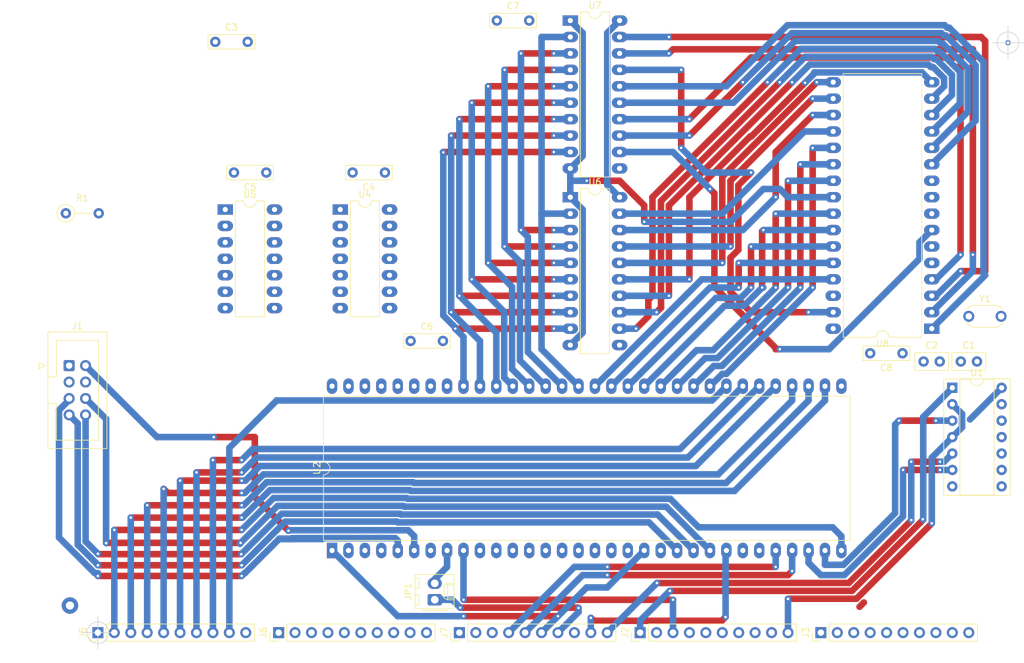
<source format=kicad_pcb>
(kicad_pcb (version 20171130) (host pcbnew 5.1.6-c6e7f7d~86~ubuntu18.04.1)

  (general
    (thickness 1.6)
    (drawings 6)
    (tracks 588)
    (zones 0)
    (modules 24)
    (nets 108)
  )

  (page A4)
  (layers
    (0 F.Cu signal)
    (31 B.Cu signal)
    (32 B.Adhes user)
    (33 F.Adhes user)
    (34 B.Paste user)
    (35 F.Paste user)
    (36 B.SilkS user)
    (37 F.SilkS user)
    (38 B.Mask user)
    (39 F.Mask user)
    (40 Dwgs.User user)
    (41 Cmts.User user)
    (42 Eco1.User user)
    (43 Eco2.User user)
    (44 Edge.Cuts user)
    (45 Margin user)
    (46 B.CrtYd user)
    (47 F.CrtYd user)
    (48 B.Fab user)
    (49 F.Fab user)
  )

  (setup
    (last_trace_width 1.016)
    (user_trace_width 0.762)
    (user_trace_width 1.016)
    (user_trace_width 1.27)
    (trace_clearance 0.2)
    (zone_clearance 0.508)
    (zone_45_only no)
    (trace_min 0.2)
    (via_size 0.8)
    (via_drill 0.4)
    (via_min_size 0.4)
    (via_min_drill 0.3)
    (user_via 0.508 0.3048)
    (user_via 0.762 0.381)
    (user_via 1.016 0.508)
    (uvia_size 0.3)
    (uvia_drill 0.1)
    (uvias_allowed no)
    (uvia_min_size 0.2)
    (uvia_min_drill 0.1)
    (edge_width 0.05)
    (segment_width 0.2)
    (pcb_text_width 0.3)
    (pcb_text_size 1.5 1.5)
    (mod_edge_width 0.12)
    (mod_text_size 1 1)
    (mod_text_width 0.15)
    (pad_size 1.524 1.524)
    (pad_drill 0.762)
    (pad_to_mask_clearance 0.05)
    (aux_axis_origin 0 0)
    (visible_elements FFFFFF7F)
    (pcbplotparams
      (layerselection 0x010fc_ffffffff)
      (usegerberextensions false)
      (usegerberattributes true)
      (usegerberadvancedattributes true)
      (creategerberjobfile true)
      (excludeedgelayer true)
      (linewidth 0.100000)
      (plotframeref false)
      (viasonmask false)
      (mode 1)
      (useauxorigin false)
      (hpglpennumber 1)
      (hpglpenspeed 20)
      (hpglpendiameter 15.000000)
      (psnegative false)
      (psa4output false)
      (plotreference true)
      (plotvalue true)
      (plotinvisibletext false)
      (padsonsilk false)
      (subtractmaskfromsilk false)
      (outputformat 1)
      (mirror false)
      (drillshape 1)
      (scaleselection 1)
      (outputdirectory ""))
  )

  (net 0 "")
  (net 1 "Net-(C1-Pad2)")
  (net 2 GND)
  (net 3 "Net-(C2-Pad2)")
  (net 4 +5V)
  (net 5 ~RD)
  (net 6 RESET)
  (net 7 ~RESET)
  (net 8 ~MREQ)
  (net 9 ~IORQ)
  (net 10 rtc_en)
  (net 11 ppi_en)
  (net 12 psg_en)
  (net 13 vdp_en)
  (net 14 prn_en)
  (net 15 exp1_en)
  (net 16 ser_en)
  (net 17 ~SLTSL0)
  (net 18 ~SLTSL1)
  (net 19 ~SLTSL2)
  (net 20 ~SLTSL3)
  (net 21 SND)
  (net 22 ~IO_WAIT)
  (net 23 D7)
  (net 24 D6)
  (net 25 D5)
  (net 26 D4)
  (net 27 D3)
  (net 28 D2)
  (net 29 D1)
  (net 30 D0)
  (net 31 A15)
  (net 32 A14)
  (net 33 A13)
  (net 34 A12)
  (net 35 A11)
  (net 36 A10)
  (net 37 A9)
  (net 38 A8)
  (net 39 A7)
  (net 40 A6)
  (net 41 A5)
  (net 42 A4)
  (net 43 A3)
  (net 44 A2)
  (net 45 A1)
  (net 46 A0)
  (net 47 CLK)
  (net 48 ~INT)
  (net 49 ~WR)
  (net 50 "Net-(JP1-Pad2)")
  (net 51 "Net-(R1-Pad2)")
  (net 52 "Net-(U1-Pad6)")
  (net 53 "Net-(U1-Pad3)")
  (net 54 ~RAS)
  (net 55 "Net-(U2-Pad61)")
  (net 56 "Net-(U2-Pad60)")
  (net 57 "Net-(U2-Pad59)")
  (net 58 "Net-(U2-Pad27)")
  (net 59 ~IOWAIT)
  (net 60 R_~W)
  (net 61 ADD_DATA_7)
  (net 62 B)
  (net 63 ADD_DATA_6)
  (net 64 R)
  (net 65 ADD_DATA_5)
  (net 66 G)
  (net 67 ADD_DATA_4)
  (net 68 ADD_DATA_3)
  (net 69 ADD_DATA_2)
  (net 70 ADD_DATA_1)
  (net 71 ADD_DATA_0)
  (net 72 DATA7)
  (net 73 DATA6)
  (net 74 DATA5)
  (net 75 DATA4)
  (net 76 DATA3)
  (net 77 DATA2)
  (net 78 DATA1)
  (net 79 DATA0)
  (net 80 CSYNC)
  (net 81 "Net-(U2-Pad4)")
  (net 82 "Net-(U2-Pad33)")
  (net 83 "Net-(U4-Pad6)")
  (net 84 "Net-(U5-Pad6)")
  (net 85 "Net-(U5-Pad5)")
  (net 86 "Net-(U6-Pad19)")
  (net 87 "Net-(U6-Pad18)")
  (net 88 "Net-(U6-Pad17)")
  (net 89 "Net-(U6-Pad16)")
  (net 90 "Net-(U6-Pad15)")
  (net 91 "Net-(U6-Pad14)")
  (net 92 "Net-(U6-Pad13)")
  (net 93 "Net-(U6-Pad12)")
  (net 94 "Net-(U7-Pad19)")
  (net 95 "Net-(U7-Pad18)")
  (net 96 "Net-(U7-Pad17)")
  (net 97 "Net-(U7-Pad16)")
  (net 98 "Net-(U7-Pad15)")
  (net 99 "Net-(U7-Pad14)")
  (net 100 "Net-(U7-Pad13)")
  (net 101 "Net-(U7-Pad12)")
  (net 102 "Net-(U8-Pad9)")
  (net 103 ~HSYNC)
  (net 104 CAS)
  (net 105 "Net-(U4-Pad11)")
  (net 106 "Net-(U4-Pad8)")
  (net 107 "Net-(J1-Pad3)")

  (net_class Default "This is the default net class."
    (clearance 0.2)
    (trace_width 0.25)
    (via_dia 0.8)
    (via_drill 0.4)
    (uvia_dia 0.3)
    (uvia_drill 0.1)
    (add_net +5V)
    (add_net A0)
    (add_net A1)
    (add_net A10)
    (add_net A11)
    (add_net A12)
    (add_net A13)
    (add_net A14)
    (add_net A15)
    (add_net A2)
    (add_net A3)
    (add_net A4)
    (add_net A5)
    (add_net A6)
    (add_net A7)
    (add_net A8)
    (add_net A9)
    (add_net ADD_DATA_0)
    (add_net ADD_DATA_1)
    (add_net ADD_DATA_2)
    (add_net ADD_DATA_3)
    (add_net ADD_DATA_4)
    (add_net ADD_DATA_5)
    (add_net ADD_DATA_6)
    (add_net ADD_DATA_7)
    (add_net B)
    (add_net CAS)
    (add_net CLK)
    (add_net CSYNC)
    (add_net D0)
    (add_net D1)
    (add_net D2)
    (add_net D3)
    (add_net D4)
    (add_net D5)
    (add_net D6)
    (add_net D7)
    (add_net DATA0)
    (add_net DATA1)
    (add_net DATA2)
    (add_net DATA3)
    (add_net DATA4)
    (add_net DATA5)
    (add_net DATA6)
    (add_net DATA7)
    (add_net G)
    (add_net GND)
    (add_net "Net-(C1-Pad2)")
    (add_net "Net-(C2-Pad2)")
    (add_net "Net-(J1-Pad3)")
    (add_net "Net-(JP1-Pad2)")
    (add_net "Net-(R1-Pad2)")
    (add_net "Net-(U1-Pad3)")
    (add_net "Net-(U1-Pad6)")
    (add_net "Net-(U2-Pad27)")
    (add_net "Net-(U2-Pad33)")
    (add_net "Net-(U2-Pad4)")
    (add_net "Net-(U2-Pad59)")
    (add_net "Net-(U2-Pad60)")
    (add_net "Net-(U2-Pad61)")
    (add_net "Net-(U4-Pad11)")
    (add_net "Net-(U4-Pad6)")
    (add_net "Net-(U4-Pad8)")
    (add_net "Net-(U5-Pad5)")
    (add_net "Net-(U5-Pad6)")
    (add_net "Net-(U6-Pad12)")
    (add_net "Net-(U6-Pad13)")
    (add_net "Net-(U6-Pad14)")
    (add_net "Net-(U6-Pad15)")
    (add_net "Net-(U6-Pad16)")
    (add_net "Net-(U6-Pad17)")
    (add_net "Net-(U6-Pad18)")
    (add_net "Net-(U6-Pad19)")
    (add_net "Net-(U7-Pad12)")
    (add_net "Net-(U7-Pad13)")
    (add_net "Net-(U7-Pad14)")
    (add_net "Net-(U7-Pad15)")
    (add_net "Net-(U7-Pad16)")
    (add_net "Net-(U7-Pad17)")
    (add_net "Net-(U7-Pad18)")
    (add_net "Net-(U7-Pad19)")
    (add_net "Net-(U8-Pad9)")
    (add_net R)
    (add_net RESET)
    (add_net R_~W)
    (add_net SND)
    (add_net exp1_en)
    (add_net ppi_en)
    (add_net prn_en)
    (add_net psg_en)
    (add_net rtc_en)
    (add_net ser_en)
    (add_net vdp_en)
    (add_net ~HSYNC)
    (add_net ~INT)
    (add_net ~IORQ)
    (add_net ~IOWAIT)
    (add_net ~IO_WAIT)
    (add_net ~MREQ)
    (add_net ~RAS)
    (add_net ~RD)
    (add_net ~RESET)
    (add_net ~SLTSL0)
    (add_net ~SLTSL1)
    (add_net ~SLTSL2)
    (add_net ~SLTSL3)
    (add_net ~WR)
  )

  (module Connector_IDC:IDC-Header_2x04_P2.54mm_Vertical (layer F.Cu) (tedit 5EAC9A07) (tstamp 5EF1420B)
    (at 59.055 85.725)
    (descr "Through hole IDC box header, 2x04, 2.54mm pitch, DIN 41651 / IEC 60603-13, double rows, https://docs.google.com/spreadsheets/d/16SsEcesNF15N3Lb4niX7dcUr-NY5_MFPQhobNuNppn4/edit#gid=0")
    (tags "Through hole vertical IDC box header THT 2x04 2.54mm double row")
    (path /5EF7A5E9)
    (fp_text reference J1 (at 1.27 -6.1) (layer F.SilkS)
      (effects (font (size 1 1) (thickness 0.15)))
    )
    (fp_text value Conn_02x03_Counter_Clockwise (at 1.27 13.72) (layer F.Fab)
      (effects (font (size 1 1) (thickness 0.15)))
    )
    (fp_text user %R (at 1.27 3.81 90) (layer F.Fab)
      (effects (font (size 1 1) (thickness 0.15)))
    )
    (fp_line (start -3.18 -4.1) (end -2.18 -5.1) (layer F.Fab) (width 0.1))
    (fp_line (start -2.18 -5.1) (end 5.72 -5.1) (layer F.Fab) (width 0.1))
    (fp_line (start 5.72 -5.1) (end 5.72 12.72) (layer F.Fab) (width 0.1))
    (fp_line (start 5.72 12.72) (end -3.18 12.72) (layer F.Fab) (width 0.1))
    (fp_line (start -3.18 12.72) (end -3.18 -4.1) (layer F.Fab) (width 0.1))
    (fp_line (start -3.18 1.76) (end -1.98 1.76) (layer F.Fab) (width 0.1))
    (fp_line (start -1.98 1.76) (end -1.98 -3.91) (layer F.Fab) (width 0.1))
    (fp_line (start -1.98 -3.91) (end 4.52 -3.91) (layer F.Fab) (width 0.1))
    (fp_line (start 4.52 -3.91) (end 4.52 11.53) (layer F.Fab) (width 0.1))
    (fp_line (start 4.52 11.53) (end -1.98 11.53) (layer F.Fab) (width 0.1))
    (fp_line (start -1.98 11.53) (end -1.98 5.86) (layer F.Fab) (width 0.1))
    (fp_line (start -1.98 5.86) (end -1.98 5.86) (layer F.Fab) (width 0.1))
    (fp_line (start -1.98 5.86) (end -3.18 5.86) (layer F.Fab) (width 0.1))
    (fp_line (start -3.29 -5.21) (end 5.83 -5.21) (layer F.SilkS) (width 0.12))
    (fp_line (start 5.83 -5.21) (end 5.83 12.83) (layer F.SilkS) (width 0.12))
    (fp_line (start 5.83 12.83) (end -3.29 12.83) (layer F.SilkS) (width 0.12))
    (fp_line (start -3.29 12.83) (end -3.29 -5.21) (layer F.SilkS) (width 0.12))
    (fp_line (start -3.29 1.76) (end -1.98 1.76) (layer F.SilkS) (width 0.12))
    (fp_line (start -1.98 1.76) (end -1.98 -3.91) (layer F.SilkS) (width 0.12))
    (fp_line (start -1.98 -3.91) (end 4.52 -3.91) (layer F.SilkS) (width 0.12))
    (fp_line (start 4.52 -3.91) (end 4.52 11.53) (layer F.SilkS) (width 0.12))
    (fp_line (start 4.52 11.53) (end -1.98 11.53) (layer F.SilkS) (width 0.12))
    (fp_line (start -1.98 11.53) (end -1.98 5.86) (layer F.SilkS) (width 0.12))
    (fp_line (start -1.98 5.86) (end -1.98 5.86) (layer F.SilkS) (width 0.12))
    (fp_line (start -1.98 5.86) (end -3.29 5.86) (layer F.SilkS) (width 0.12))
    (fp_line (start -3.68 0) (end -4.68 -0.5) (layer F.SilkS) (width 0.12))
    (fp_line (start -4.68 -0.5) (end -4.68 0.5) (layer F.SilkS) (width 0.12))
    (fp_line (start -4.68 0.5) (end -3.68 0) (layer F.SilkS) (width 0.12))
    (fp_line (start -3.68 -5.6) (end -3.68 13.22) (layer F.CrtYd) (width 0.05))
    (fp_line (start -3.68 13.22) (end 6.22 13.22) (layer F.CrtYd) (width 0.05))
    (fp_line (start 6.22 13.22) (end 6.22 -5.6) (layer F.CrtYd) (width 0.05))
    (fp_line (start 6.22 -5.6) (end -3.68 -5.6) (layer F.CrtYd) (width 0.05))
    (pad 8 thru_hole circle (at 2.54 7.62) (size 1.7 1.7) (drill 1) (layers *.Cu *.Mask)
      (net 64 R))
    (pad 6 thru_hole circle (at 2.54 5.08) (size 1.7 1.7) (drill 1) (layers *.Cu *.Mask)
      (net 62 B))
    (pad 4 thru_hole circle (at 2.54 2.54) (size 1.7 1.7) (drill 1) (layers *.Cu *.Mask)
      (net 2 GND))
    (pad 2 thru_hole circle (at 2.54 0) (size 1.7 1.7) (drill 1) (layers *.Cu *.Mask)
      (net 80 CSYNC))
    (pad 7 thru_hole circle (at 0 7.62) (size 1.7 1.7) (drill 1) (layers *.Cu *.Mask)
      (net 66 G))
    (pad 5 thru_hole circle (at 0 5.08) (size 1.7 1.7) (drill 1) (layers *.Cu *.Mask)
      (net 103 ~HSYNC))
    (pad 3 thru_hole circle (at 0 2.54) (size 1.7 1.7) (drill 1) (layers *.Cu *.Mask)
      (net 107 "Net-(J1-Pad3)"))
    (pad 1 thru_hole roundrect (at 0 0) (size 1.7 1.7) (drill 1) (layers *.Cu *.Mask) (roundrect_rratio 0.147059)
      (net 4 +5V))
    (model ${KISYS3DMOD}/Connector_IDC.3dshapes/IDC-Header_2x04_P2.54mm_Vertical.wrl
      (at (xyz 0 0 0))
      (scale (xyz 1 1 1))
      (rotate (xyz 0 0 0))
    )
  )

  (module Capacitor_THT:C_Rect_L7.0mm_W2.0mm_P5.00mm (layer F.Cu) (tedit 5AE50EF0) (tstamp 5EED7B7A)
    (at 187.88 83.82 180)
    (descr "C, Rect series, Radial, pin pitch=5.00mm, , length*width=7*2mm^2, Capacitor")
    (tags "C Rect series Radial pin pitch 5.00mm  length 7mm width 2mm Capacitor")
    (path /5EF618A1)
    (fp_text reference C8 (at 2.5 -2.25) (layer F.SilkS)
      (effects (font (size 1 1) (thickness 0.15)))
    )
    (fp_text value C (at 2.5 2.25) (layer F.Fab)
      (effects (font (size 1 1) (thickness 0.15)))
    )
    (fp_line (start 6.25 -1.25) (end -1.25 -1.25) (layer F.CrtYd) (width 0.05))
    (fp_line (start 6.25 1.25) (end 6.25 -1.25) (layer F.CrtYd) (width 0.05))
    (fp_line (start -1.25 1.25) (end 6.25 1.25) (layer F.CrtYd) (width 0.05))
    (fp_line (start -1.25 -1.25) (end -1.25 1.25) (layer F.CrtYd) (width 0.05))
    (fp_line (start 6.12 -1.12) (end 6.12 1.12) (layer F.SilkS) (width 0.12))
    (fp_line (start -1.12 -1.12) (end -1.12 1.12) (layer F.SilkS) (width 0.12))
    (fp_line (start -1.12 1.12) (end 6.12 1.12) (layer F.SilkS) (width 0.12))
    (fp_line (start -1.12 -1.12) (end 6.12 -1.12) (layer F.SilkS) (width 0.12))
    (fp_line (start 6 -1) (end -1 -1) (layer F.Fab) (width 0.1))
    (fp_line (start 6 1) (end 6 -1) (layer F.Fab) (width 0.1))
    (fp_line (start -1 1) (end 6 1) (layer F.Fab) (width 0.1))
    (fp_line (start -1 -1) (end -1 1) (layer F.Fab) (width 0.1))
    (fp_text user %R (at 2.224999 0) (layer F.Fab)
      (effects (font (size 1 1) (thickness 0.15)))
    )
    (pad 2 thru_hole circle (at 5 0 180) (size 1.6 1.6) (drill 0.8) (layers *.Cu *.Mask)
      (net 2 GND))
    (pad 1 thru_hole circle (at 0 0 180) (size 1.6 1.6) (drill 0.8) (layers *.Cu *.Mask)
      (net 4 +5V))
    (model ${KISYS3DMOD}/Capacitor_THT.3dshapes/C_Rect_L7.0mm_W2.0mm_P5.00mm.wrl
      (at (xyz 0 0 0))
      (scale (xyz 1 1 1))
      (rotate (xyz 0 0 0))
    )
  )

  (module Capacitor_THT:C_Rect_L7.0mm_W2.0mm_P5.00mm (layer F.Cu) (tedit 5AE50EF0) (tstamp 5EED7B65)
    (at 125.175 32.385)
    (descr "C, Rect series, Radial, pin pitch=5.00mm, , length*width=7*2mm^2, Capacitor")
    (tags "C Rect series Radial pin pitch 5.00mm  length 7mm width 2mm Capacitor")
    (path /5EF61552)
    (fp_text reference C7 (at 2.5 -2.25) (layer F.SilkS)
      (effects (font (size 1 1) (thickness 0.15)))
    )
    (fp_text value C (at 2.5 2.25) (layer F.Fab)
      (effects (font (size 1 1) (thickness 0.15)))
    )
    (fp_line (start 6.25 -1.25) (end -1.25 -1.25) (layer F.CrtYd) (width 0.05))
    (fp_line (start 6.25 1.25) (end 6.25 -1.25) (layer F.CrtYd) (width 0.05))
    (fp_line (start -1.25 1.25) (end 6.25 1.25) (layer F.CrtYd) (width 0.05))
    (fp_line (start -1.25 -1.25) (end -1.25 1.25) (layer F.CrtYd) (width 0.05))
    (fp_line (start 6.12 -1.12) (end 6.12 1.12) (layer F.SilkS) (width 0.12))
    (fp_line (start -1.12 -1.12) (end -1.12 1.12) (layer F.SilkS) (width 0.12))
    (fp_line (start -1.12 1.12) (end 6.12 1.12) (layer F.SilkS) (width 0.12))
    (fp_line (start -1.12 -1.12) (end 6.12 -1.12) (layer F.SilkS) (width 0.12))
    (fp_line (start 6 -1) (end -1 -1) (layer F.Fab) (width 0.1))
    (fp_line (start 6 1) (end 6 -1) (layer F.Fab) (width 0.1))
    (fp_line (start -1 1) (end 6 1) (layer F.Fab) (width 0.1))
    (fp_line (start -1 -1) (end -1 1) (layer F.Fab) (width 0.1))
    (fp_text user %R (at 2.5 0) (layer F.Fab)
      (effects (font (size 1 1) (thickness 0.15)))
    )
    (pad 2 thru_hole circle (at 5 0) (size 1.6 1.6) (drill 0.8) (layers *.Cu *.Mask)
      (net 2 GND))
    (pad 1 thru_hole circle (at 0 0) (size 1.6 1.6) (drill 0.8) (layers *.Cu *.Mask)
      (net 4 +5V))
    (model ${KISYS3DMOD}/Capacitor_THT.3dshapes/C_Rect_L7.0mm_W2.0mm_P5.00mm.wrl
      (at (xyz 0 0 0))
      (scale (xyz 1 1 1))
      (rotate (xyz 0 0 0))
    )
  )

  (module Capacitor_THT:C_Rect_L7.0mm_W2.0mm_P5.00mm (layer F.Cu) (tedit 5AE50EF0) (tstamp 5EED7B50)
    (at 111.84 81.915)
    (descr "C, Rect series, Radial, pin pitch=5.00mm, , length*width=7*2mm^2, Capacitor")
    (tags "C Rect series Radial pin pitch 5.00mm  length 7mm width 2mm Capacitor")
    (path /5EF61144)
    (fp_text reference C6 (at 2.5 -2.25) (layer F.SilkS)
      (effects (font (size 1 1) (thickness 0.15)))
    )
    (fp_text value C (at 2.5 2.25) (layer F.Fab)
      (effects (font (size 1 1) (thickness 0.15)))
    )
    (fp_line (start 6.25 -1.25) (end -1.25 -1.25) (layer F.CrtYd) (width 0.05))
    (fp_line (start 6.25 1.25) (end 6.25 -1.25) (layer F.CrtYd) (width 0.05))
    (fp_line (start -1.25 1.25) (end 6.25 1.25) (layer F.CrtYd) (width 0.05))
    (fp_line (start -1.25 -1.25) (end -1.25 1.25) (layer F.CrtYd) (width 0.05))
    (fp_line (start 6.12 -1.12) (end 6.12 1.12) (layer F.SilkS) (width 0.12))
    (fp_line (start -1.12 -1.12) (end -1.12 1.12) (layer F.SilkS) (width 0.12))
    (fp_line (start -1.12 1.12) (end 6.12 1.12) (layer F.SilkS) (width 0.12))
    (fp_line (start -1.12 -1.12) (end 6.12 -1.12) (layer F.SilkS) (width 0.12))
    (fp_line (start 6 -1) (end -1 -1) (layer F.Fab) (width 0.1))
    (fp_line (start 6 1) (end 6 -1) (layer F.Fab) (width 0.1))
    (fp_line (start -1 1) (end 6 1) (layer F.Fab) (width 0.1))
    (fp_line (start -1 -1) (end -1 1) (layer F.Fab) (width 0.1))
    (fp_text user %R (at 2.5 0) (layer F.Fab)
      (effects (font (size 1 1) (thickness 0.15)))
    )
    (pad 2 thru_hole circle (at 5 0) (size 1.6 1.6) (drill 0.8) (layers *.Cu *.Mask)
      (net 2 GND))
    (pad 1 thru_hole circle (at 0 0) (size 1.6 1.6) (drill 0.8) (layers *.Cu *.Mask)
      (net 4 +5V))
    (model ${KISYS3DMOD}/Capacitor_THT.3dshapes/C_Rect_L7.0mm_W2.0mm_P5.00mm.wrl
      (at (xyz 0 0 0))
      (scale (xyz 1 1 1))
      (rotate (xyz 0 0 0))
    )
  )

  (module Capacitor_THT:C_Rect_L7.0mm_W2.0mm_P5.00mm (layer F.Cu) (tedit 5AE50EF0) (tstamp 5EED7B3B)
    (at 89.535 55.88 180)
    (descr "C, Rect series, Radial, pin pitch=5.00mm, , length*width=7*2mm^2, Capacitor")
    (tags "C Rect series Radial pin pitch 5.00mm  length 7mm width 2mm Capacitor")
    (path /5EF60C49)
    (fp_text reference C5 (at 2.5 -2.25) (layer F.SilkS)
      (effects (font (size 1 1) (thickness 0.15)))
    )
    (fp_text value C (at 2.5 2.25) (layer F.Fab)
      (effects (font (size 1 1) (thickness 0.15)))
    )
    (fp_line (start 6.25 -1.25) (end -1.25 -1.25) (layer F.CrtYd) (width 0.05))
    (fp_line (start 6.25 1.25) (end 6.25 -1.25) (layer F.CrtYd) (width 0.05))
    (fp_line (start -1.25 1.25) (end 6.25 1.25) (layer F.CrtYd) (width 0.05))
    (fp_line (start -1.25 -1.25) (end -1.25 1.25) (layer F.CrtYd) (width 0.05))
    (fp_line (start 6.12 -1.12) (end 6.12 1.12) (layer F.SilkS) (width 0.12))
    (fp_line (start -1.12 -1.12) (end -1.12 1.12) (layer F.SilkS) (width 0.12))
    (fp_line (start -1.12 1.12) (end 6.12 1.12) (layer F.SilkS) (width 0.12))
    (fp_line (start -1.12 -1.12) (end 6.12 -1.12) (layer F.SilkS) (width 0.12))
    (fp_line (start 6 -1) (end -1 -1) (layer F.Fab) (width 0.1))
    (fp_line (start 6 1) (end 6 -1) (layer F.Fab) (width 0.1))
    (fp_line (start -1 1) (end 6 1) (layer F.Fab) (width 0.1))
    (fp_line (start -1 -1) (end -1 1) (layer F.Fab) (width 0.1))
    (fp_text user %R (at 2.5 0) (layer F.Fab)
      (effects (font (size 1 1) (thickness 0.15)))
    )
    (pad 2 thru_hole circle (at 5 0 180) (size 1.6 1.6) (drill 0.8) (layers *.Cu *.Mask)
      (net 2 GND))
    (pad 1 thru_hole circle (at 0 0 180) (size 1.6 1.6) (drill 0.8) (layers *.Cu *.Mask)
      (net 4 +5V))
    (model ${KISYS3DMOD}/Capacitor_THT.3dshapes/C_Rect_L7.0mm_W2.0mm_P5.00mm.wrl
      (at (xyz 0 0 0))
      (scale (xyz 1 1 1))
      (rotate (xyz 0 0 0))
    )
  )

  (module Capacitor_THT:C_Rect_L7.0mm_W2.0mm_P5.00mm (layer F.Cu) (tedit 5AE50EF0) (tstamp 5EED7B26)
    (at 107.87 55.88 180)
    (descr "C, Rect series, Radial, pin pitch=5.00mm, , length*width=7*2mm^2, Capacitor")
    (tags "C Rect series Radial pin pitch 5.00mm  length 7mm width 2mm Capacitor")
    (path /5EF60633)
    (fp_text reference C4 (at 2.5 -2.25) (layer F.SilkS)
      (effects (font (size 1 1) (thickness 0.15)))
    )
    (fp_text value C (at 2.5 2.25) (layer F.Fab)
      (effects (font (size 1 1) (thickness 0.15)))
    )
    (fp_line (start 6.25 -1.25) (end -1.25 -1.25) (layer F.CrtYd) (width 0.05))
    (fp_line (start 6.25 1.25) (end 6.25 -1.25) (layer F.CrtYd) (width 0.05))
    (fp_line (start -1.25 1.25) (end 6.25 1.25) (layer F.CrtYd) (width 0.05))
    (fp_line (start -1.25 -1.25) (end -1.25 1.25) (layer F.CrtYd) (width 0.05))
    (fp_line (start 6.12 -1.12) (end 6.12 1.12) (layer F.SilkS) (width 0.12))
    (fp_line (start -1.12 -1.12) (end -1.12 1.12) (layer F.SilkS) (width 0.12))
    (fp_line (start -1.12 1.12) (end 6.12 1.12) (layer F.SilkS) (width 0.12))
    (fp_line (start -1.12 -1.12) (end 6.12 -1.12) (layer F.SilkS) (width 0.12))
    (fp_line (start 6 -1) (end -1 -1) (layer F.Fab) (width 0.1))
    (fp_line (start 6 1) (end 6 -1) (layer F.Fab) (width 0.1))
    (fp_line (start -1 1) (end 6 1) (layer F.Fab) (width 0.1))
    (fp_line (start -1 -1) (end -1 1) (layer F.Fab) (width 0.1))
    (fp_text user %R (at 2.5 0) (layer F.Fab)
      (effects (font (size 1 1) (thickness 0.15)))
    )
    (pad 2 thru_hole circle (at 5 0 180) (size 1.6 1.6) (drill 0.8) (layers *.Cu *.Mask)
      (net 2 GND))
    (pad 1 thru_hole circle (at 0 0 180) (size 1.6 1.6) (drill 0.8) (layers *.Cu *.Mask)
      (net 4 +5V))
    (model ${KISYS3DMOD}/Capacitor_THT.3dshapes/C_Rect_L7.0mm_W2.0mm_P5.00mm.wrl
      (at (xyz 0 0 0))
      (scale (xyz 1 1 1))
      (rotate (xyz 0 0 0))
    )
  )

  (module Capacitor_THT:C_Rect_L7.0mm_W2.0mm_P5.00mm (layer F.Cu) (tedit 5AE50EF0) (tstamp 5EED7B11)
    (at 81.650001 35.680001)
    (descr "C, Rect series, Radial, pin pitch=5.00mm, , length*width=7*2mm^2, Capacitor")
    (tags "C Rect series Radial pin pitch 5.00mm  length 7mm width 2mm Capacitor")
    (path /5EF474E7)
    (fp_text reference C3 (at 2.5 -2.25) (layer F.SilkS)
      (effects (font (size 1 1) (thickness 0.15)))
    )
    (fp_text value C (at 2.5 2.25) (layer F.Fab)
      (effects (font (size 1 1) (thickness 0.15)))
    )
    (fp_line (start 6.25 -1.25) (end -1.25 -1.25) (layer F.CrtYd) (width 0.05))
    (fp_line (start 6.25 1.25) (end 6.25 -1.25) (layer F.CrtYd) (width 0.05))
    (fp_line (start -1.25 1.25) (end 6.25 1.25) (layer F.CrtYd) (width 0.05))
    (fp_line (start -1.25 -1.25) (end -1.25 1.25) (layer F.CrtYd) (width 0.05))
    (fp_line (start 6.12 -1.12) (end 6.12 1.12) (layer F.SilkS) (width 0.12))
    (fp_line (start -1.12 -1.12) (end -1.12 1.12) (layer F.SilkS) (width 0.12))
    (fp_line (start -1.12 1.12) (end 6.12 1.12) (layer F.SilkS) (width 0.12))
    (fp_line (start -1.12 -1.12) (end 6.12 -1.12) (layer F.SilkS) (width 0.12))
    (fp_line (start 6 -1) (end -1 -1) (layer F.Fab) (width 0.1))
    (fp_line (start 6 1) (end 6 -1) (layer F.Fab) (width 0.1))
    (fp_line (start -1 1) (end 6 1) (layer F.Fab) (width 0.1))
    (fp_line (start -1 -1) (end -1 1) (layer F.Fab) (width 0.1))
    (fp_text user %R (at 2.5 0) (layer F.Fab)
      (effects (font (size 1 1) (thickness 0.15)))
    )
    (pad 2 thru_hole circle (at 5 0) (size 1.6 1.6) (drill 0.8) (layers *.Cu *.Mask)
      (net 2 GND))
    (pad 1 thru_hole circle (at 0 0) (size 1.6 1.6) (drill 0.8) (layers *.Cu *.Mask)
      (net 4 +5V))
    (model ${KISYS3DMOD}/Capacitor_THT.3dshapes/C_Rect_L7.0mm_W2.0mm_P5.00mm.wrl
      (at (xyz 0 0 0))
      (scale (xyz 1 1 1))
      (rotate (xyz 0 0 0))
    )
  )

  (module Package_DIP:DIP-20_W7.62mm_LongPads (layer F.Cu) (tedit 5A02E8C5) (tstamp 5EED7DB9)
    (at 136.525 59.69)
    (descr "20-lead though-hole mounted DIP package, row spacing 7.62 mm (300 mils), LongPads")
    (tags "THT DIP DIL PDIP 2.54mm 7.62mm 300mil LongPads")
    (path /5ED1992B)
    (fp_text reference U6 (at 3.81 -2.33) (layer F.SilkS)
      (effects (font (size 1 1) (thickness 0.15)))
    )
    (fp_text value 74LS574 (at 3.81 25.19) (layer F.Fab)
      (effects (font (size 1 1) (thickness 0.15)))
    )
    (fp_line (start 1.635 -1.27) (end 6.985 -1.27) (layer F.Fab) (width 0.1))
    (fp_line (start 6.985 -1.27) (end 6.985 24.13) (layer F.Fab) (width 0.1))
    (fp_line (start 6.985 24.13) (end 0.635 24.13) (layer F.Fab) (width 0.1))
    (fp_line (start 0.635 24.13) (end 0.635 -0.27) (layer F.Fab) (width 0.1))
    (fp_line (start 0.635 -0.27) (end 1.635 -1.27) (layer F.Fab) (width 0.1))
    (fp_line (start 2.81 -1.33) (end 1.56 -1.33) (layer F.SilkS) (width 0.12))
    (fp_line (start 1.56 -1.33) (end 1.56 24.19) (layer F.SilkS) (width 0.12))
    (fp_line (start 1.56 24.19) (end 6.06 24.19) (layer F.SilkS) (width 0.12))
    (fp_line (start 6.06 24.19) (end 6.06 -1.33) (layer F.SilkS) (width 0.12))
    (fp_line (start 6.06 -1.33) (end 4.81 -1.33) (layer F.SilkS) (width 0.12))
    (fp_line (start -1.45 -1.55) (end -1.45 24.4) (layer F.CrtYd) (width 0.05))
    (fp_line (start -1.45 24.4) (end 9.1 24.4) (layer F.CrtYd) (width 0.05))
    (fp_line (start 9.1 24.4) (end 9.1 -1.55) (layer F.CrtYd) (width 0.05))
    (fp_line (start 9.1 -1.55) (end -1.45 -1.55) (layer F.CrtYd) (width 0.05))
    (fp_text user %R (at 3.81 11.43) (layer F.Fab)
      (effects (font (size 1 1) (thickness 0.15)))
    )
    (fp_arc (start 3.81 -1.33) (end 2.81 -1.33) (angle -180) (layer F.SilkS) (width 0.12))
    (pad 20 thru_hole oval (at 7.62 0) (size 2.4 1.6) (drill 0.8) (layers *.Cu *.Mask)
      (net 4 +5V))
    (pad 10 thru_hole oval (at 0 22.86) (size 2.4 1.6) (drill 0.8) (layers *.Cu *.Mask)
      (net 2 GND))
    (pad 19 thru_hole oval (at 7.62 2.54) (size 2.4 1.6) (drill 0.8) (layers *.Cu *.Mask)
      (net 86 "Net-(U6-Pad19)"))
    (pad 9 thru_hole oval (at 0 20.32) (size 2.4 1.6) (drill 0.8) (layers *.Cu *.Mask)
      (net 61 ADD_DATA_7))
    (pad 18 thru_hole oval (at 7.62 5.08) (size 2.4 1.6) (drill 0.8) (layers *.Cu *.Mask)
      (net 87 "Net-(U6-Pad18)"))
    (pad 8 thru_hole oval (at 0 17.78) (size 2.4 1.6) (drill 0.8) (layers *.Cu *.Mask)
      (net 63 ADD_DATA_6))
    (pad 17 thru_hole oval (at 7.62 7.62) (size 2.4 1.6) (drill 0.8) (layers *.Cu *.Mask)
      (net 88 "Net-(U6-Pad17)"))
    (pad 7 thru_hole oval (at 0 15.24) (size 2.4 1.6) (drill 0.8) (layers *.Cu *.Mask)
      (net 65 ADD_DATA_5))
    (pad 16 thru_hole oval (at 7.62 10.16) (size 2.4 1.6) (drill 0.8) (layers *.Cu *.Mask)
      (net 89 "Net-(U6-Pad16)"))
    (pad 6 thru_hole oval (at 0 12.7) (size 2.4 1.6) (drill 0.8) (layers *.Cu *.Mask)
      (net 67 ADD_DATA_4))
    (pad 15 thru_hole oval (at 7.62 12.7) (size 2.4 1.6) (drill 0.8) (layers *.Cu *.Mask)
      (net 90 "Net-(U6-Pad15)"))
    (pad 5 thru_hole oval (at 0 10.16) (size 2.4 1.6) (drill 0.8) (layers *.Cu *.Mask)
      (net 68 ADD_DATA_3))
    (pad 14 thru_hole oval (at 7.62 15.24) (size 2.4 1.6) (drill 0.8) (layers *.Cu *.Mask)
      (net 91 "Net-(U6-Pad14)"))
    (pad 4 thru_hole oval (at 0 7.62) (size 2.4 1.6) (drill 0.8) (layers *.Cu *.Mask)
      (net 69 ADD_DATA_2))
    (pad 13 thru_hole oval (at 7.62 17.78) (size 2.4 1.6) (drill 0.8) (layers *.Cu *.Mask)
      (net 92 "Net-(U6-Pad13)"))
    (pad 3 thru_hole oval (at 0 5.08) (size 2.4 1.6) (drill 0.8) (layers *.Cu *.Mask)
      (net 70 ADD_DATA_1))
    (pad 12 thru_hole oval (at 7.62 20.32) (size 2.4 1.6) (drill 0.8) (layers *.Cu *.Mask)
      (net 93 "Net-(U6-Pad12)"))
    (pad 2 thru_hole oval (at 0 2.54) (size 2.4 1.6) (drill 0.8) (layers *.Cu *.Mask)
      (net 71 ADD_DATA_0))
    (pad 11 thru_hole oval (at 7.62 22.86) (size 2.4 1.6) (drill 0.8) (layers *.Cu *.Mask)
      (net 83 "Net-(U4-Pad6)"))
    (pad 1 thru_hole rect (at 0 0) (size 2.4 1.6) (drill 0.8) (layers *.Cu *.Mask)
      (net 2 GND))
    (model ${KISYS3DMOD}/Package_DIP.3dshapes/DIP-20_W7.62mm.wrl
      (at (xyz 0 0 0))
      (scale (xyz 1 1 1))
      (rotate (xyz 0 0 0))
    )
  )

  (module Crystal:Resonator-2Pin_W6.0mm_H3.0mm (layer F.Cu) (tedit 5A0FD1B2) (tstamp 5EED7E2E)
    (at 198.12 78.105)
    (descr "Ceramic Resomator/Filter 6.0x3.0mm^2, length*width=6.0x3.0mm^2 package, package length=6.0mm, package width=3.0mm, 2 pins")
    (tags "THT ceramic resonator filter")
    (path /5ECD2CAC)
    (fp_text reference Y1 (at 2.5 -2.7) (layer F.SilkS)
      (effects (font (size 1 1) (thickness 0.15)))
    )
    (fp_text value 21.47727MHz (at 2.5 2.7) (layer F.Fab)
      (effects (font (size 1 1) (thickness 0.15)))
    )
    (fp_line (start 1 -1.5) (end 4 -1.5) (layer F.Fab) (width 0.1))
    (fp_line (start 1 1.5) (end 4 1.5) (layer F.Fab) (width 0.1))
    (fp_line (start 1 -1.5) (end 4 -1.5) (layer F.Fab) (width 0.1))
    (fp_line (start 1 1.5) (end 4 1.5) (layer F.Fab) (width 0.1))
    (fp_line (start 1 -1.7) (end 4 -1.7) (layer F.SilkS) (width 0.12))
    (fp_line (start 1 1.7) (end 4 1.7) (layer F.SilkS) (width 0.12))
    (fp_line (start -1.1 -2) (end -1.1 2) (layer F.CrtYd) (width 0.05))
    (fp_line (start -1.1 2) (end 6 2) (layer F.CrtYd) (width 0.05))
    (fp_line (start 6 2) (end 6 -2) (layer F.CrtYd) (width 0.05))
    (fp_line (start 6 -2) (end -1.1 -2) (layer F.CrtYd) (width 0.05))
    (fp_arc (start 4 0) (end 4 1.7) (angle -51.9) (layer F.SilkS) (width 0.12))
    (fp_arc (start 1 0) (end 1 1.7) (angle 51.9) (layer F.SilkS) (width 0.12))
    (fp_arc (start 4 0) (end 4 -1.7) (angle 51.9) (layer F.SilkS) (width 0.12))
    (fp_arc (start 1 0) (end 1 -1.7) (angle -51.9) (layer F.SilkS) (width 0.12))
    (fp_arc (start 4 0) (end 4 -1.5) (angle 180) (layer F.Fab) (width 0.1))
    (fp_arc (start 1 0) (end 1 -1.5) (angle -180) (layer F.Fab) (width 0.1))
    (fp_arc (start 4 0) (end 4 -1.5) (angle 180) (layer F.Fab) (width 0.1))
    (fp_arc (start 1 0) (end 1 -1.5) (angle -180) (layer F.Fab) (width 0.1))
    (fp_text user %R (at 2.5 0) (layer F.Fab)
      (effects (font (size 1 1) (thickness 0.15)))
    )
    (pad 2 thru_hole circle (at 5 0) (size 1.7 1.7) (drill 1) (layers *.Cu *.Mask)
      (net 3 "Net-(C2-Pad2)"))
    (pad 1 thru_hole circle (at 0 0) (size 1.7 1.7) (drill 1) (layers *.Cu *.Mask)
      (net 1 "Net-(C1-Pad2)"))
    (model ${KISYS3DMOD}/Crystal.3dshapes/Resonator-2Pin_W6.0mm_H3.0mm.wrl
      (at (xyz 0 0 0))
      (scale (xyz 1 1 1))
      (rotate (xyz 0 0 0))
    )
  )

  (module Package_DIP:DIP-32_W15.24mm_LongPads (layer F.Cu) (tedit 5A02E8C5) (tstamp 5EED7E15)
    (at 192.405 80.01 180)
    (descr "32-lead though-hole mounted DIP package, row spacing 15.24 mm (600 mils), LongPads")
    (tags "THT DIP DIL PDIP 2.54mm 15.24mm 600mil LongPads")
    (path /5ED14DE6)
    (fp_text reference U8 (at 7.62 -2.33) (layer F.SilkS)
      (effects (font (size 1 1) (thickness 0.15)))
    )
    (fp_text value 551001 (at 7.62 40.43) (layer F.Fab)
      (effects (font (size 1 1) (thickness 0.15)))
    )
    (fp_line (start 1.255 -1.27) (end 14.985 -1.27) (layer F.Fab) (width 0.1))
    (fp_line (start 14.985 -1.27) (end 14.985 39.37) (layer F.Fab) (width 0.1))
    (fp_line (start 14.985 39.37) (end 0.255 39.37) (layer F.Fab) (width 0.1))
    (fp_line (start 0.255 39.37) (end 0.255 -0.27) (layer F.Fab) (width 0.1))
    (fp_line (start 0.255 -0.27) (end 1.255 -1.27) (layer F.Fab) (width 0.1))
    (fp_line (start 6.62 -1.33) (end 1.56 -1.33) (layer F.SilkS) (width 0.12))
    (fp_line (start 1.56 -1.33) (end 1.56 39.43) (layer F.SilkS) (width 0.12))
    (fp_line (start 1.56 39.43) (end 13.68 39.43) (layer F.SilkS) (width 0.12))
    (fp_line (start 13.68 39.43) (end 13.68 -1.33) (layer F.SilkS) (width 0.12))
    (fp_line (start 13.68 -1.33) (end 8.62 -1.33) (layer F.SilkS) (width 0.12))
    (fp_line (start -1.5 -1.55) (end -1.5 39.65) (layer F.CrtYd) (width 0.05))
    (fp_line (start -1.5 39.65) (end 16.7 39.65) (layer F.CrtYd) (width 0.05))
    (fp_line (start 16.7 39.65) (end 16.7 -1.55) (layer F.CrtYd) (width 0.05))
    (fp_line (start 16.7 -1.55) (end -1.5 -1.55) (layer F.CrtYd) (width 0.05))
    (fp_text user %R (at 7.62 19.05) (layer F.Fab)
      (effects (font (size 1 1) (thickness 0.15)))
    )
    (fp_arc (start 7.62 -1.33) (end 6.62 -1.33) (angle -180) (layer F.SilkS) (width 0.12))
    (pad 32 thru_hole oval (at 15.24 0 180) (size 2.4 1.6) (drill 0.8) (layers *.Cu *.Mask)
      (net 106 "Net-(U4-Pad8)"))
    (pad 16 thru_hole oval (at 0 38.1 180) (size 2.4 1.6) (drill 0.8) (layers *.Cu *.Mask)
      (net 90 "Net-(U6-Pad15)"))
    (pad 31 thru_hole oval (at 15.24 2.54 180) (size 2.4 1.6) (drill 0.8) (layers *.Cu *.Mask)
      (net 96 "Net-(U7-Pad17)"))
    (pad 15 thru_hole oval (at 0 35.56 180) (size 2.4 1.6) (drill 0.8) (layers *.Cu *.Mask)
      (net 91 "Net-(U6-Pad14)"))
    (pad 30 thru_hole oval (at 15.24 5.08 180) (size 2.4 1.6) (drill 0.8) (layers *.Cu *.Mask)
      (net 105 "Net-(U4-Pad11)"))
    (pad 14 thru_hole oval (at 0 33.02 180) (size 2.4 1.6) (drill 0.8) (layers *.Cu *.Mask)
      (net 92 "Net-(U6-Pad13)"))
    (pad 29 thru_hole oval (at 15.24 7.62 180) (size 2.4 1.6) (drill 0.8) (layers *.Cu *.Mask)
      (net 72 DATA7))
    (pad 13 thru_hole oval (at 0 30.48 180) (size 2.4 1.6) (drill 0.8) (layers *.Cu *.Mask)
      (net 93 "Net-(U6-Pad12)"))
    (pad 28 thru_hole oval (at 15.24 10.16 180) (size 2.4 1.6) (drill 0.8) (layers *.Cu *.Mask)
      (net 73 DATA6))
    (pad 12 thru_hole oval (at 0 27.94 180) (size 2.4 1.6) (drill 0.8) (layers *.Cu *.Mask)
      (net 98 "Net-(U7-Pad15)"))
    (pad 27 thru_hole oval (at 15.24 12.7 180) (size 2.4 1.6) (drill 0.8) (layers *.Cu *.Mask)
      (net 74 DATA5))
    (pad 11 thru_hole oval (at 0 25.4 180) (size 2.4 1.6) (drill 0.8) (layers *.Cu *.Mask)
      (net 100 "Net-(U7-Pad13)"))
    (pad 26 thru_hole oval (at 15.24 15.24 180) (size 2.4 1.6) (drill 0.8) (layers *.Cu *.Mask)
      (net 75 DATA4))
    (pad 10 thru_hole oval (at 0 22.86 180) (size 2.4 1.6) (drill 0.8) (layers *.Cu *.Mask)
      (net 85 "Net-(U5-Pad5)"))
    (pad 25 thru_hole oval (at 15.24 17.78 180) (size 2.4 1.6) (drill 0.8) (layers *.Cu *.Mask)
      (net 76 DATA3))
    (pad 9 thru_hole oval (at 0 20.32 180) (size 2.4 1.6) (drill 0.8) (layers *.Cu *.Mask)
      (net 102 "Net-(U8-Pad9)"))
    (pad 24 thru_hole oval (at 15.24 20.32 180) (size 2.4 1.6) (drill 0.8) (layers *.Cu *.Mask)
      (net 2 GND))
    (pad 8 thru_hole oval (at 0 17.78 180) (size 2.4 1.6) (drill 0.8) (layers *.Cu *.Mask)
      (net 4 +5V))
    (pad 23 thru_hole oval (at 15.24 22.86 180) (size 2.4 1.6) (drill 0.8) (layers *.Cu *.Mask)
      (net 77 DATA2))
    (pad 7 thru_hole oval (at 0 15.24 180) (size 2.4 1.6) (drill 0.8) (layers *.Cu *.Mask)
      (net 101 "Net-(U7-Pad12)"))
    (pad 22 thru_hole oval (at 15.24 25.4 180) (size 2.4 1.6) (drill 0.8) (layers *.Cu *.Mask)
      (net 78 DATA1))
    (pad 6 thru_hole oval (at 0 12.7 180) (size 2.4 1.6) (drill 0.8) (layers *.Cu *.Mask)
      (net 105 "Net-(U4-Pad11)"))
    (pad 21 thru_hole oval (at 15.24 27.94 180) (size 2.4 1.6) (drill 0.8) (layers *.Cu *.Mask)
      (net 79 DATA0))
    (pad 5 thru_hole oval (at 0 10.16 180) (size 2.4 1.6) (drill 0.8) (layers *.Cu *.Mask)
      (net 60 R_~W))
    (pad 20 thru_hole oval (at 15.24 30.48 180) (size 2.4 1.6) (drill 0.8) (layers *.Cu *.Mask)
      (net 86 "Net-(U6-Pad19)"))
    (pad 4 thru_hole oval (at 0 7.62 180) (size 2.4 1.6) (drill 0.8) (layers *.Cu *.Mask)
      (net 99 "Net-(U7-Pad14)"))
    (pad 19 thru_hole oval (at 15.24 33.02 180) (size 2.4 1.6) (drill 0.8) (layers *.Cu *.Mask)
      (net 87 "Net-(U6-Pad18)"))
    (pad 3 thru_hole oval (at 0 5.08 180) (size 2.4 1.6) (drill 0.8) (layers *.Cu *.Mask)
      (net 94 "Net-(U7-Pad19)"))
    (pad 18 thru_hole oval (at 15.24 35.56 180) (size 2.4 1.6) (drill 0.8) (layers *.Cu *.Mask)
      (net 88 "Net-(U6-Pad17)"))
    (pad 2 thru_hole oval (at 0 2.54 180) (size 2.4 1.6) (drill 0.8) (layers *.Cu *.Mask)
      (net 95 "Net-(U7-Pad18)"))
    (pad 17 thru_hole oval (at 15.24 38.1 180) (size 2.4 1.6) (drill 0.8) (layers *.Cu *.Mask)
      (net 89 "Net-(U6-Pad16)"))
    (pad 1 thru_hole rect (at 0 0 180) (size 2.4 1.6) (drill 0.8) (layers *.Cu *.Mask)
      (net 97 "Net-(U7-Pad16)"))
    (model ${KISYS3DMOD}/Package_DIP.3dshapes/DIP-32_W15.24mm.wrl
      (at (xyz 0 0 0))
      (scale (xyz 1 1 1))
      (rotate (xyz 0 0 0))
    )
  )

  (module Package_DIP:DIP-20_W7.62mm_LongPads (layer F.Cu) (tedit 5A02E8C5) (tstamp 5EED7DE1)
    (at 136.525 32.385)
    (descr "20-lead though-hole mounted DIP package, row spacing 7.62 mm (300 mils), LongPads")
    (tags "THT DIP DIL PDIP 2.54mm 7.62mm 300mil LongPads")
    (path /5ED1A3B7)
    (fp_text reference U7 (at 3.81 -2.33) (layer F.SilkS)
      (effects (font (size 1 1) (thickness 0.15)))
    )
    (fp_text value 74LS574 (at 3.81 25.19) (layer F.Fab)
      (effects (font (size 1 1) (thickness 0.15)))
    )
    (fp_line (start 1.635 -1.27) (end 6.985 -1.27) (layer F.Fab) (width 0.1))
    (fp_line (start 6.985 -1.27) (end 6.985 24.13) (layer F.Fab) (width 0.1))
    (fp_line (start 6.985 24.13) (end 0.635 24.13) (layer F.Fab) (width 0.1))
    (fp_line (start 0.635 24.13) (end 0.635 -0.27) (layer F.Fab) (width 0.1))
    (fp_line (start 0.635 -0.27) (end 1.635 -1.27) (layer F.Fab) (width 0.1))
    (fp_line (start 2.81 -1.33) (end 1.56 -1.33) (layer F.SilkS) (width 0.12))
    (fp_line (start 1.56 -1.33) (end 1.56 24.19) (layer F.SilkS) (width 0.12))
    (fp_line (start 1.56 24.19) (end 6.06 24.19) (layer F.SilkS) (width 0.12))
    (fp_line (start 6.06 24.19) (end 6.06 -1.33) (layer F.SilkS) (width 0.12))
    (fp_line (start 6.06 -1.33) (end 4.81 -1.33) (layer F.SilkS) (width 0.12))
    (fp_line (start -1.45 -1.55) (end -1.45 24.4) (layer F.CrtYd) (width 0.05))
    (fp_line (start -1.45 24.4) (end 9.1 24.4) (layer F.CrtYd) (width 0.05))
    (fp_line (start 9.1 24.4) (end 9.1 -1.55) (layer F.CrtYd) (width 0.05))
    (fp_line (start 9.1 -1.55) (end -1.45 -1.55) (layer F.CrtYd) (width 0.05))
    (fp_text user %R (at 3.81 11.43) (layer F.Fab)
      (effects (font (size 1 1) (thickness 0.15)))
    )
    (fp_arc (start 3.81 -1.33) (end 2.81 -1.33) (angle -180) (layer F.SilkS) (width 0.12))
    (pad 20 thru_hole oval (at 7.62 0) (size 2.4 1.6) (drill 0.8) (layers *.Cu *.Mask)
      (net 4 +5V))
    (pad 10 thru_hole oval (at 0 22.86) (size 2.4 1.6) (drill 0.8) (layers *.Cu *.Mask)
      (net 2 GND))
    (pad 19 thru_hole oval (at 7.62 2.54) (size 2.4 1.6) (drill 0.8) (layers *.Cu *.Mask)
      (net 94 "Net-(U7-Pad19)"))
    (pad 9 thru_hole oval (at 0 20.32) (size 2.4 1.6) (drill 0.8) (layers *.Cu *.Mask)
      (net 61 ADD_DATA_7))
    (pad 18 thru_hole oval (at 7.62 5.08) (size 2.4 1.6) (drill 0.8) (layers *.Cu *.Mask)
      (net 95 "Net-(U7-Pad18)"))
    (pad 8 thru_hole oval (at 0 17.78) (size 2.4 1.6) (drill 0.8) (layers *.Cu *.Mask)
      (net 63 ADD_DATA_6))
    (pad 17 thru_hole oval (at 7.62 7.62) (size 2.4 1.6) (drill 0.8) (layers *.Cu *.Mask)
      (net 96 "Net-(U7-Pad17)"))
    (pad 7 thru_hole oval (at 0 15.24) (size 2.4 1.6) (drill 0.8) (layers *.Cu *.Mask)
      (net 65 ADD_DATA_5))
    (pad 16 thru_hole oval (at 7.62 10.16) (size 2.4 1.6) (drill 0.8) (layers *.Cu *.Mask)
      (net 97 "Net-(U7-Pad16)"))
    (pad 6 thru_hole oval (at 0 12.7) (size 2.4 1.6) (drill 0.8) (layers *.Cu *.Mask)
      (net 67 ADD_DATA_4))
    (pad 15 thru_hole oval (at 7.62 12.7) (size 2.4 1.6) (drill 0.8) (layers *.Cu *.Mask)
      (net 98 "Net-(U7-Pad15)"))
    (pad 5 thru_hole oval (at 0 10.16) (size 2.4 1.6) (drill 0.8) (layers *.Cu *.Mask)
      (net 68 ADD_DATA_3))
    (pad 14 thru_hole oval (at 7.62 15.24) (size 2.4 1.6) (drill 0.8) (layers *.Cu *.Mask)
      (net 99 "Net-(U7-Pad14)"))
    (pad 4 thru_hole oval (at 0 7.62) (size 2.4 1.6) (drill 0.8) (layers *.Cu *.Mask)
      (net 69 ADD_DATA_2))
    (pad 13 thru_hole oval (at 7.62 17.78) (size 2.4 1.6) (drill 0.8) (layers *.Cu *.Mask)
      (net 100 "Net-(U7-Pad13)"))
    (pad 3 thru_hole oval (at 0 5.08) (size 2.4 1.6) (drill 0.8) (layers *.Cu *.Mask)
      (net 70 ADD_DATA_1))
    (pad 12 thru_hole oval (at 7.62 20.32) (size 2.4 1.6) (drill 0.8) (layers *.Cu *.Mask)
      (net 101 "Net-(U7-Pad12)"))
    (pad 2 thru_hole oval (at 0 2.54) (size 2.4 1.6) (drill 0.8) (layers *.Cu *.Mask)
      (net 71 ADD_DATA_0))
    (pad 11 thru_hole oval (at 7.62 22.86) (size 2.4 1.6) (drill 0.8) (layers *.Cu *.Mask)
      (net 104 CAS))
    (pad 1 thru_hole rect (at 0 0) (size 2.4 1.6) (drill 0.8) (layers *.Cu *.Mask)
      (net 2 GND))
    (model ${KISYS3DMOD}/Package_DIP.3dshapes/DIP-20_W7.62mm.wrl
      (at (xyz 0 0 0))
      (scale (xyz 1 1 1))
      (rotate (xyz 0 0 0))
    )
  )

  (module Package_DIP:DIP-14_W7.62mm_LongPads (layer F.Cu) (tedit 5A02E8C5) (tstamp 5EED7D91)
    (at 83.185 61.595)
    (descr "14-lead though-hole mounted DIP package, row spacing 7.62 mm (300 mils), LongPads")
    (tags "THT DIP DIL PDIP 2.54mm 7.62mm 300mil LongPads")
    (path /5ED2BABE)
    (fp_text reference U5 (at 3.81 -2.33) (layer F.SilkS)
      (effects (font (size 1 1) (thickness 0.15)))
    )
    (fp_text value 74LS74 (at 3.81 17.57) (layer F.Fab)
      (effects (font (size 1 1) (thickness 0.15)))
    )
    (fp_line (start 1.635 -1.27) (end 6.985 -1.27) (layer F.Fab) (width 0.1))
    (fp_line (start 6.985 -1.27) (end 6.985 16.51) (layer F.Fab) (width 0.1))
    (fp_line (start 6.985 16.51) (end 0.635 16.51) (layer F.Fab) (width 0.1))
    (fp_line (start 0.635 16.51) (end 0.635 -0.27) (layer F.Fab) (width 0.1))
    (fp_line (start 0.635 -0.27) (end 1.635 -1.27) (layer F.Fab) (width 0.1))
    (fp_line (start 2.81 -1.33) (end 1.56 -1.33) (layer F.SilkS) (width 0.12))
    (fp_line (start 1.56 -1.33) (end 1.56 16.57) (layer F.SilkS) (width 0.12))
    (fp_line (start 1.56 16.57) (end 6.06 16.57) (layer F.SilkS) (width 0.12))
    (fp_line (start 6.06 16.57) (end 6.06 -1.33) (layer F.SilkS) (width 0.12))
    (fp_line (start 6.06 -1.33) (end 4.81 -1.33) (layer F.SilkS) (width 0.12))
    (fp_line (start -1.45 -1.55) (end -1.45 16.8) (layer F.CrtYd) (width 0.05))
    (fp_line (start -1.45 16.8) (end 9.1 16.8) (layer F.CrtYd) (width 0.05))
    (fp_line (start 9.1 16.8) (end 9.1 -1.55) (layer F.CrtYd) (width 0.05))
    (fp_line (start 9.1 -1.55) (end -1.45 -1.55) (layer F.CrtYd) (width 0.05))
    (fp_text user %R (at 3.81 7.62) (layer F.Fab)
      (effects (font (size 1 1) (thickness 0.15)))
    )
    (fp_arc (start 3.81 -1.33) (end 2.81 -1.33) (angle -180) (layer F.SilkS) (width 0.12))
    (pad 14 thru_hole oval (at 7.62 0) (size 2.4 1.6) (drill 0.8) (layers *.Cu *.Mask)
      (net 4 +5V))
    (pad 7 thru_hole oval (at 0 15.24) (size 2.4 1.6) (drill 0.8) (layers *.Cu *.Mask)
      (net 2 GND))
    (pad 13 thru_hole oval (at 7.62 2.54) (size 2.4 1.6) (drill 0.8) (layers *.Cu *.Mask))
    (pad 6 thru_hole oval (at 0 12.7) (size 2.4 1.6) (drill 0.8) (layers *.Cu *.Mask)
      (net 84 "Net-(U5-Pad6)"))
    (pad 12 thru_hole oval (at 7.62 5.08) (size 2.4 1.6) (drill 0.8) (layers *.Cu *.Mask))
    (pad 5 thru_hole oval (at 0 10.16) (size 2.4 1.6) (drill 0.8) (layers *.Cu *.Mask)
      (net 85 "Net-(U5-Pad5)"))
    (pad 11 thru_hole oval (at 7.62 7.62) (size 2.4 1.6) (drill 0.8) (layers *.Cu *.Mask))
    (pad 4 thru_hole oval (at 0 7.62) (size 2.4 1.6) (drill 0.8) (layers *.Cu *.Mask)
      (net 4 +5V))
    (pad 10 thru_hole oval (at 7.62 10.16) (size 2.4 1.6) (drill 0.8) (layers *.Cu *.Mask))
    (pad 3 thru_hole oval (at 0 5.08) (size 2.4 1.6) (drill 0.8) (layers *.Cu *.Mask)
      (net 104 CAS))
    (pad 9 thru_hole oval (at 7.62 12.7) (size 2.4 1.6) (drill 0.8) (layers *.Cu *.Mask))
    (pad 2 thru_hole oval (at 0 2.54) (size 2.4 1.6) (drill 0.8) (layers *.Cu *.Mask)
      (net 56 "Net-(U2-Pad60)"))
    (pad 8 thru_hole oval (at 7.62 15.24) (size 2.4 1.6) (drill 0.8) (layers *.Cu *.Mask))
    (pad 1 thru_hole rect (at 0 0) (size 2.4 1.6) (drill 0.8) (layers *.Cu *.Mask)
      (net 2 GND))
    (model ${KISYS3DMOD}/Package_DIP.3dshapes/DIP-14_W7.62mm.wrl
      (at (xyz 0 0 0))
      (scale (xyz 1 1 1))
      (rotate (xyz 0 0 0))
    )
  )

  (module Package_DIP:DIP-14_W7.62mm_LongPads (layer F.Cu) (tedit 5A02E8C5) (tstamp 5EED7D6F)
    (at 100.965 61.595)
    (descr "14-lead though-hole mounted DIP package, row spacing 7.62 mm (300 mils), LongPads")
    (tags "THT DIP DIL PDIP 2.54mm 7.62mm 300mil LongPads")
    (path /5ED5F78F)
    (fp_text reference U4 (at 3.81 -2.33) (layer F.SilkS)
      (effects (font (size 1 1) (thickness 0.15)))
    )
    (fp_text value 74LS00 (at 3.81 17.57) (layer F.Fab)
      (effects (font (size 1 1) (thickness 0.15)))
    )
    (fp_line (start 1.635 -1.27) (end 6.985 -1.27) (layer F.Fab) (width 0.1))
    (fp_line (start 6.985 -1.27) (end 6.985 16.51) (layer F.Fab) (width 0.1))
    (fp_line (start 6.985 16.51) (end 0.635 16.51) (layer F.Fab) (width 0.1))
    (fp_line (start 0.635 16.51) (end 0.635 -0.27) (layer F.Fab) (width 0.1))
    (fp_line (start 0.635 -0.27) (end 1.635 -1.27) (layer F.Fab) (width 0.1))
    (fp_line (start 2.81 -1.33) (end 1.56 -1.33) (layer F.SilkS) (width 0.12))
    (fp_line (start 1.56 -1.33) (end 1.56 16.57) (layer F.SilkS) (width 0.12))
    (fp_line (start 1.56 16.57) (end 6.06 16.57) (layer F.SilkS) (width 0.12))
    (fp_line (start 6.06 16.57) (end 6.06 -1.33) (layer F.SilkS) (width 0.12))
    (fp_line (start 6.06 -1.33) (end 4.81 -1.33) (layer F.SilkS) (width 0.12))
    (fp_line (start -1.45 -1.55) (end -1.45 16.8) (layer F.CrtYd) (width 0.05))
    (fp_line (start -1.45 16.8) (end 9.1 16.8) (layer F.CrtYd) (width 0.05))
    (fp_line (start 9.1 16.8) (end 9.1 -1.55) (layer F.CrtYd) (width 0.05))
    (fp_line (start 9.1 -1.55) (end -1.45 -1.55) (layer F.CrtYd) (width 0.05))
    (fp_text user %R (at 3.81 7.62) (layer F.Fab)
      (effects (font (size 1 1) (thickness 0.15)))
    )
    (fp_arc (start 3.81 -1.33) (end 2.81 -1.33) (angle -180) (layer F.SilkS) (width 0.12))
    (pad 14 thru_hole oval (at 7.62 0) (size 2.4 1.6) (drill 0.8) (layers *.Cu *.Mask)
      (net 4 +5V))
    (pad 7 thru_hole oval (at 0 15.24) (size 2.4 1.6) (drill 0.8) (layers *.Cu *.Mask)
      (net 2 GND))
    (pad 13 thru_hole oval (at 7.62 2.54) (size 2.4 1.6) (drill 0.8) (layers *.Cu *.Mask)
      (net 104 CAS))
    (pad 6 thru_hole oval (at 0 12.7) (size 2.4 1.6) (drill 0.8) (layers *.Cu *.Mask)
      (net 83 "Net-(U4-Pad6)"))
    (pad 12 thru_hole oval (at 7.62 5.08) (size 2.4 1.6) (drill 0.8) (layers *.Cu *.Mask)
      (net 104 CAS))
    (pad 5 thru_hole oval (at 0 10.16) (size 2.4 1.6) (drill 0.8) (layers *.Cu *.Mask)
      (net 54 ~RAS))
    (pad 11 thru_hole oval (at 7.62 7.62) (size 2.4 1.6) (drill 0.8) (layers *.Cu *.Mask)
      (net 105 "Net-(U4-Pad11)"))
    (pad 4 thru_hole oval (at 0 7.62) (size 2.4 1.6) (drill 0.8) (layers *.Cu *.Mask)
      (net 54 ~RAS))
    (pad 10 thru_hole oval (at 7.62 10.16) (size 2.4 1.6) (drill 0.8) (layers *.Cu *.Mask)
      (net 60 R_~W))
    (pad 3 thru_hole oval (at 0 5.08) (size 2.4 1.6) (drill 0.8) (layers *.Cu *.Mask)
      (net 104 CAS))
    (pad 9 thru_hole oval (at 7.62 12.7) (size 2.4 1.6) (drill 0.8) (layers *.Cu *.Mask)
      (net 60 R_~W))
    (pad 2 thru_hole oval (at 0 2.54) (size 2.4 1.6) (drill 0.8) (layers *.Cu *.Mask)
      (net 56 "Net-(U2-Pad60)"))
    (pad 8 thru_hole oval (at 7.62 15.24) (size 2.4 1.6) (drill 0.8) (layers *.Cu *.Mask)
      (net 106 "Net-(U4-Pad8)"))
    (pad 1 thru_hole rect (at 0 0) (size 2.4 1.6) (drill 0.8) (layers *.Cu *.Mask)
      (net 55 "Net-(U2-Pad61)"))
    (model ${KISYS3DMOD}/Package_DIP.3dshapes/DIP-14_W7.62mm.wrl
      (at (xyz 0 0 0))
      (scale (xyz 1 1 1))
      (rotate (xyz 0 0 0))
    )
  )

  (module Package_DIP:DIP-64_W25.4mm_LongPads (layer F.Cu) (tedit 5A02E8C5) (tstamp 5EED7D4D)
    (at 99.695 114.3 90)
    (descr "64-lead though-hole mounted DIP package, row spacing 25.4 mm (1000 mils), LongPads")
    (tags "THT DIP DIL PDIP 2.54mm 25.4mm 1000mil LongPads")
    (path /5ECC51A1)
    (fp_text reference U2 (at 12.7 -2.33 90) (layer F.SilkS)
      (effects (font (size 1 1) (thickness 0.15)))
    )
    (fp_text value TMS9958-MSX (at 12.7 81.07 90) (layer F.Fab)
      (effects (font (size 1 1) (thickness 0.15)))
    )
    (fp_line (start 1.255 -1.27) (end 25.145 -1.27) (layer F.Fab) (width 0.1))
    (fp_line (start 25.145 -1.27) (end 25.145 80.01) (layer F.Fab) (width 0.1))
    (fp_line (start 25.145 80.01) (end 0.255 80.01) (layer F.Fab) (width 0.1))
    (fp_line (start 0.255 80.01) (end 0.255 -0.27) (layer F.Fab) (width 0.1))
    (fp_line (start 0.255 -0.27) (end 1.255 -1.27) (layer F.Fab) (width 0.1))
    (fp_line (start 11.7 -1.33) (end 1.56 -1.33) (layer F.SilkS) (width 0.12))
    (fp_line (start 1.56 -1.33) (end 1.56 80.07) (layer F.SilkS) (width 0.12))
    (fp_line (start 1.56 80.07) (end 23.84 80.07) (layer F.SilkS) (width 0.12))
    (fp_line (start 23.84 80.07) (end 23.84 -1.33) (layer F.SilkS) (width 0.12))
    (fp_line (start 23.84 -1.33) (end 13.7 -1.33) (layer F.SilkS) (width 0.12))
    (fp_line (start -1.45 -1.55) (end -1.45 80.3) (layer F.CrtYd) (width 0.05))
    (fp_line (start -1.45 80.3) (end 26.85 80.3) (layer F.CrtYd) (width 0.05))
    (fp_line (start 26.85 80.3) (end 26.85 -1.55) (layer F.CrtYd) (width 0.05))
    (fp_line (start 26.85 -1.55) (end -1.45 -1.55) (layer F.CrtYd) (width 0.05))
    (fp_text user %R (at 12.7 39.37 90) (layer F.Fab)
      (effects (font (size 1 1) (thickness 0.15)))
    )
    (fp_arc (start 12.7 -1.33) (end 11.7 -1.33) (angle -180) (layer F.SilkS) (width 0.12))
    (pad 64 thru_hole oval (at 25.4 0 90) (size 2.4 1.6) (drill 0.8) (layers *.Cu *.Mask)
      (net 51 "Net-(R1-Pad2)"))
    (pad 32 thru_hole oval (at 0 78.74 90) (size 2.4 1.6) (drill 0.8) (layers *.Cu *.Mask)
      (net 23 D7))
    (pad 63 thru_hole oval (at 25.4 2.54 90) (size 2.4 1.6) (drill 0.8) (layers *.Cu *.Mask)
      (net 3 "Net-(C2-Pad2)"))
    (pad 31 thru_hole oval (at 0 76.2 90) (size 2.4 1.6) (drill 0.8) (layers *.Cu *.Mask)
      (net 53 "Net-(U1-Pad3)"))
    (pad 62 thru_hole oval (at 25.4 5.08 90) (size 2.4 1.6) (drill 0.8) (layers *.Cu *.Mask)
      (net 54 ~RAS))
    (pad 30 thru_hole oval (at 0 73.66 90) (size 2.4 1.6) (drill 0.8) (layers *.Cu *.Mask)
      (net 52 "Net-(U1-Pad6)"))
    (pad 61 thru_hole oval (at 25.4 7.62 90) (size 2.4 1.6) (drill 0.8) (layers *.Cu *.Mask)
      (net 55 "Net-(U2-Pad61)"))
    (pad 29 thru_hole oval (at 0 71.12 90) (size 2.4 1.6) (drill 0.8) (layers *.Cu *.Mask)
      (net 46 A0))
    (pad 60 thru_hole oval (at 25.4 10.16 90) (size 2.4 1.6) (drill 0.8) (layers *.Cu *.Mask)
      (net 56 "Net-(U2-Pad60)"))
    (pad 28 thru_hole oval (at 0 68.58 90) (size 2.4 1.6) (drill 0.8) (layers *.Cu *.Mask)
      (net 45 A1))
    (pad 59 thru_hole oval (at 25.4 12.7 90) (size 2.4 1.6) (drill 0.8) (layers *.Cu *.Mask)
      (net 57 "Net-(U2-Pad59)"))
    (pad 27 thru_hole oval (at 0 66.04 90) (size 2.4 1.6) (drill 0.8) (layers *.Cu *.Mask)
      (net 58 "Net-(U2-Pad27)"))
    (pad 58 thru_hole oval (at 25.4 15.24 90) (size 2.4 1.6) (drill 0.8) (layers *.Cu *.Mask)
      (net 4 +5V))
    (pad 26 thru_hole oval (at 0 63.5 90) (size 2.4 1.6) (drill 0.8) (layers *.Cu *.Mask)
      (net 59 ~IOWAIT))
    (pad 57 thru_hole oval (at 25.4 17.78 90) (size 2.4 1.6) (drill 0.8) (layers *.Cu *.Mask)
      (net 60 R_~W))
    (pad 25 thru_hole oval (at 0 60.96 90) (size 2.4 1.6) (drill 0.8) (layers *.Cu *.Mask)
      (net 48 ~INT))
    (pad 56 thru_hole oval (at 25.4 20.32 90) (size 2.4 1.6) (drill 0.8) (layers *.Cu *.Mask)
      (net 61 ADD_DATA_7))
    (pad 24 thru_hole oval (at 0 58.42 90) (size 2.4 1.6) (drill 0.8) (layers *.Cu *.Mask)
      (net 62 B))
    (pad 55 thru_hole oval (at 25.4 22.86 90) (size 2.4 1.6) (drill 0.8) (layers *.Cu *.Mask)
      (net 63 ADD_DATA_6))
    (pad 23 thru_hole oval (at 0 55.88 90) (size 2.4 1.6) (drill 0.8) (layers *.Cu *.Mask)
      (net 64 R))
    (pad 54 thru_hole oval (at 25.4 25.4 90) (size 2.4 1.6) (drill 0.8) (layers *.Cu *.Mask)
      (net 65 ADD_DATA_5))
    (pad 22 thru_hole oval (at 0 53.34 90) (size 2.4 1.6) (drill 0.8) (layers *.Cu *.Mask)
      (net 66 G))
    (pad 53 thru_hole oval (at 25.4 27.94 90) (size 2.4 1.6) (drill 0.8) (layers *.Cu *.Mask)
      (net 67 ADD_DATA_4))
    (pad 21 thru_hole oval (at 0 50.8 90) (size 2.4 1.6) (drill 0.8) (layers *.Cu *.Mask)
      (net 4 +5V))
    (pad 52 thru_hole oval (at 25.4 30.48 90) (size 2.4 1.6) (drill 0.8) (layers *.Cu *.Mask)
      (net 68 ADD_DATA_3))
    (pad 20 thru_hole oval (at 0 48.26 90) (size 2.4 1.6) (drill 0.8) (layers *.Cu *.Mask)
      (net 2 GND))
    (pad 51 thru_hole oval (at 25.4 33.02 90) (size 2.4 1.6) (drill 0.8) (layers *.Cu *.Mask)
      (net 69 ADD_DATA_2))
    (pad 19 thru_hole oval (at 0 45.72 90) (size 2.4 1.6) (drill 0.8) (layers *.Cu *.Mask))
    (pad 50 thru_hole oval (at 25.4 35.56 90) (size 2.4 1.6) (drill 0.8) (layers *.Cu *.Mask)
      (net 70 ADD_DATA_1))
    (pad 18 thru_hole oval (at 0 43.18 90) (size 2.4 1.6) (drill 0.8) (layers *.Cu *.Mask))
    (pad 49 thru_hole oval (at 25.4 38.1 90) (size 2.4 1.6) (drill 0.8) (layers *.Cu *.Mask)
      (net 71 ADD_DATA_0))
    (pad 17 thru_hole oval (at 0 40.64 90) (size 2.4 1.6) (drill 0.8) (layers *.Cu *.Mask))
    (pad 48 thru_hole oval (at 25.4 40.64 90) (size 2.4 1.6) (drill 0.8) (layers *.Cu *.Mask)
      (net 72 DATA7))
    (pad 16 thru_hole oval (at 0 38.1 90) (size 2.4 1.6) (drill 0.8) (layers *.Cu *.Mask))
    (pad 47 thru_hole oval (at 25.4 43.18 90) (size 2.4 1.6) (drill 0.8) (layers *.Cu *.Mask)
      (net 73 DATA6))
    (pad 15 thru_hole oval (at 0 35.56 90) (size 2.4 1.6) (drill 0.8) (layers *.Cu *.Mask))
    (pad 46 thru_hole oval (at 25.4 45.72 90) (size 2.4 1.6) (drill 0.8) (layers *.Cu *.Mask)
      (net 74 DATA5))
    (pad 14 thru_hole oval (at 0 33.02 90) (size 2.4 1.6) (drill 0.8) (layers *.Cu *.Mask))
    (pad 45 thru_hole oval (at 25.4 48.26 90) (size 2.4 1.6) (drill 0.8) (layers *.Cu *.Mask)
      (net 75 DATA4))
    (pad 13 thru_hole oval (at 0 30.48 90) (size 2.4 1.6) (drill 0.8) (layers *.Cu *.Mask))
    (pad 44 thru_hole oval (at 25.4 50.8 90) (size 2.4 1.6) (drill 0.8) (layers *.Cu *.Mask)
      (net 76 DATA3))
    (pad 12 thru_hole oval (at 0 27.94 90) (size 2.4 1.6) (drill 0.8) (layers *.Cu *.Mask))
    (pad 43 thru_hole oval (at 25.4 53.34 90) (size 2.4 1.6) (drill 0.8) (layers *.Cu *.Mask)
      (net 77 DATA2))
    (pad 11 thru_hole oval (at 0 25.4 90) (size 2.4 1.6) (drill 0.8) (layers *.Cu *.Mask))
    (pad 42 thru_hole oval (at 25.4 55.88 90) (size 2.4 1.6) (drill 0.8) (layers *.Cu *.Mask)
      (net 78 DATA1))
    (pad 10 thru_hole oval (at 0 22.86 90) (size 2.4 1.6) (drill 0.8) (layers *.Cu *.Mask))
    (pad 41 thru_hole oval (at 25.4 58.42 90) (size 2.4 1.6) (drill 0.8) (layers *.Cu *.Mask)
      (net 79 DATA0))
    (pad 9 thru_hole oval (at 0 20.32 90) (size 2.4 1.6) (drill 0.8) (layers *.Cu *.Mask)
      (net 7 ~RESET))
    (pad 40 thru_hole oval (at 25.4 60.96 90) (size 2.4 1.6) (drill 0.8) (layers *.Cu *.Mask)
      (net 30 D0))
    (pad 8 thru_hole oval (at 0 17.78 90) (size 2.4 1.6) (drill 0.8) (layers *.Cu *.Mask)
      (net 50 "Net-(JP1-Pad2)"))
    (pad 39 thru_hole oval (at 25.4 63.5 90) (size 2.4 1.6) (drill 0.8) (layers *.Cu *.Mask)
      (net 29 D1))
    (pad 7 thru_hole oval (at 0 15.24 90) (size 2.4 1.6) (drill 0.8) (layers *.Cu *.Mask))
    (pad 38 thru_hole oval (at 25.4 66.04 90) (size 2.4 1.6) (drill 0.8) (layers *.Cu *.Mask)
      (net 28 D2))
    (pad 6 thru_hole oval (at 0 12.7 90) (size 2.4 1.6) (drill 0.8) (layers *.Cu *.Mask)
      (net 80 CSYNC))
    (pad 37 thru_hole oval (at 25.4 68.58 90) (size 2.4 1.6) (drill 0.8) (layers *.Cu *.Mask)
      (net 27 D3))
    (pad 5 thru_hole oval (at 0 10.16 90) (size 2.4 1.6) (drill 0.8) (layers *.Cu *.Mask)
      (net 103 ~HSYNC))
    (pad 36 thru_hole oval (at 25.4 71.12 90) (size 2.4 1.6) (drill 0.8) (layers *.Cu *.Mask)
      (net 26 D4))
    (pad 4 thru_hole oval (at 0 7.62 90) (size 2.4 1.6) (drill 0.8) (layers *.Cu *.Mask)
      (net 81 "Net-(U2-Pad4)"))
    (pad 35 thru_hole oval (at 25.4 73.66 90) (size 2.4 1.6) (drill 0.8) (layers *.Cu *.Mask)
      (net 25 D5))
    (pad 3 thru_hole oval (at 0 5.08 90) (size 2.4 1.6) (drill 0.8) (layers *.Cu *.Mask))
    (pad 34 thru_hole oval (at 25.4 76.2 90) (size 2.4 1.6) (drill 0.8) (layers *.Cu *.Mask)
      (net 24 D6))
    (pad 2 thru_hole oval (at 0 2.54 90) (size 2.4 1.6) (drill 0.8) (layers *.Cu *.Mask))
    (pad 33 thru_hole oval (at 25.4 78.74 90) (size 2.4 1.6) (drill 0.8) (layers *.Cu *.Mask)
      (net 82 "Net-(U2-Pad33)"))
    (pad 1 thru_hole rect (at 0 0 90) (size 2.4 1.6) (drill 0.8) (layers *.Cu *.Mask)
      (net 2 GND))
    (model ${KISYS3DMOD}/Package_DIP.3dshapes/DIP-64_W25.4mm.wrl
      (at (xyz 0 0 0))
      (scale (xyz 1 1 1))
      (rotate (xyz 0 0 0))
    )
  )

  (module Package_DIP:DIP-14_W7.62mm_Socket (layer F.Cu) (tedit 5A02E8C5) (tstamp 5EED7CF9)
    (at 195.58 89.154)
    (descr "14-lead though-hole mounted DIP package, row spacing 7.62 mm (300 mils), Socket")
    (tags "THT DIP DIL PDIP 2.54mm 7.62mm 300mil Socket")
    (path /5ECB7C35)
    (fp_text reference U1 (at 3.81 -2.33) (layer F.SilkS)
      (effects (font (size 1 1) (thickness 0.15)))
    )
    (fp_text value 74LS32 (at 3.81 17.57) (layer F.Fab)
      (effects (font (size 1 1) (thickness 0.15)))
    )
    (fp_line (start 1.635 -1.27) (end 6.985 -1.27) (layer F.Fab) (width 0.1))
    (fp_line (start 6.985 -1.27) (end 6.985 16.51) (layer F.Fab) (width 0.1))
    (fp_line (start 6.985 16.51) (end 0.635 16.51) (layer F.Fab) (width 0.1))
    (fp_line (start 0.635 16.51) (end 0.635 -0.27) (layer F.Fab) (width 0.1))
    (fp_line (start 0.635 -0.27) (end 1.635 -1.27) (layer F.Fab) (width 0.1))
    (fp_line (start -1.27 -1.33) (end -1.27 16.57) (layer F.Fab) (width 0.1))
    (fp_line (start -1.27 16.57) (end 8.89 16.57) (layer F.Fab) (width 0.1))
    (fp_line (start 8.89 16.57) (end 8.89 -1.33) (layer F.Fab) (width 0.1))
    (fp_line (start 8.89 -1.33) (end -1.27 -1.33) (layer F.Fab) (width 0.1))
    (fp_line (start 2.81 -1.33) (end 1.16 -1.33) (layer F.SilkS) (width 0.12))
    (fp_line (start 1.16 -1.33) (end 1.16 16.57) (layer F.SilkS) (width 0.12))
    (fp_line (start 1.16 16.57) (end 6.46 16.57) (layer F.SilkS) (width 0.12))
    (fp_line (start 6.46 16.57) (end 6.46 -1.33) (layer F.SilkS) (width 0.12))
    (fp_line (start 6.46 -1.33) (end 4.81 -1.33) (layer F.SilkS) (width 0.12))
    (fp_line (start -1.33 -1.39) (end -1.33 16.63) (layer F.SilkS) (width 0.12))
    (fp_line (start -1.33 16.63) (end 8.95 16.63) (layer F.SilkS) (width 0.12))
    (fp_line (start 8.95 16.63) (end 8.95 -1.39) (layer F.SilkS) (width 0.12))
    (fp_line (start 8.95 -1.39) (end -1.33 -1.39) (layer F.SilkS) (width 0.12))
    (fp_line (start -1.55 -1.6) (end -1.55 16.85) (layer F.CrtYd) (width 0.05))
    (fp_line (start -1.55 16.85) (end 9.15 16.85) (layer F.CrtYd) (width 0.05))
    (fp_line (start 9.15 16.85) (end 9.15 -1.6) (layer F.CrtYd) (width 0.05))
    (fp_line (start 9.15 -1.6) (end -1.55 -1.6) (layer F.CrtYd) (width 0.05))
    (fp_text user %R (at 3.81 7.62) (layer F.Fab)
      (effects (font (size 1 1) (thickness 0.15)))
    )
    (fp_arc (start 3.81 -1.33) (end 2.81 -1.33) (angle -180) (layer F.SilkS) (width 0.12))
    (pad 14 thru_hole oval (at 7.62 0) (size 1.6 1.6) (drill 0.8) (layers *.Cu *.Mask)
      (net 4 +5V))
    (pad 7 thru_hole oval (at 0 15.24) (size 1.6 1.6) (drill 0.8) (layers *.Cu *.Mask)
      (net 2 GND))
    (pad 13 thru_hole oval (at 7.62 2.54) (size 1.6 1.6) (drill 0.8) (layers *.Cu *.Mask))
    (pad 6 thru_hole oval (at 0 12.7) (size 1.6 1.6) (drill 0.8) (layers *.Cu *.Mask)
      (net 52 "Net-(U1-Pad6)"))
    (pad 12 thru_hole oval (at 7.62 5.08) (size 1.6 1.6) (drill 0.8) (layers *.Cu *.Mask))
    (pad 5 thru_hole oval (at 0 10.16) (size 1.6 1.6) (drill 0.8) (layers *.Cu *.Mask)
      (net 49 ~WR))
    (pad 11 thru_hole oval (at 7.62 7.62) (size 1.6 1.6) (drill 0.8) (layers *.Cu *.Mask))
    (pad 4 thru_hole oval (at 0 7.62) (size 1.6 1.6) (drill 0.8) (layers *.Cu *.Mask)
      (net 13 vdp_en))
    (pad 10 thru_hole oval (at 7.62 10.16) (size 1.6 1.6) (drill 0.8) (layers *.Cu *.Mask))
    (pad 3 thru_hole oval (at 0 5.08) (size 1.6 1.6) (drill 0.8) (layers *.Cu *.Mask)
      (net 53 "Net-(U1-Pad3)"))
    (pad 9 thru_hole oval (at 7.62 12.7) (size 1.6 1.6) (drill 0.8) (layers *.Cu *.Mask))
    (pad 2 thru_hole oval (at 0 2.54) (size 1.6 1.6) (drill 0.8) (layers *.Cu *.Mask)
      (net 13 vdp_en))
    (pad 8 thru_hole oval (at 7.62 15.24) (size 1.6 1.6) (drill 0.8) (layers *.Cu *.Mask))
    (pad 1 thru_hole rect (at 0 0) (size 1.6 1.6) (drill 0.8) (layers *.Cu *.Mask)
      (net 5 ~RD))
    (model ${KISYS3DMOD}/Package_DIP.3dshapes/DIP-14_W7.62mm_Socket.wrl
      (at (xyz 0 0 0))
      (scale (xyz 1 1 1))
      (rotate (xyz 0 0 0))
    )
  )

  (module Resistor_THT:R_Axial_DIN0207_L6.3mm_D2.5mm_P5.08mm_Vertical (layer F.Cu) (tedit 5AE5139B) (tstamp 5EED7CCF)
    (at 58.550001 62.180001)
    (descr "Resistor, Axial_DIN0207 series, Axial, Vertical, pin pitch=5.08mm, 0.25W = 1/4W, length*diameter=6.3*2.5mm^2, http://cdn-reichelt.de/documents/datenblatt/B400/1_4W%23YAG.pdf")
    (tags "Resistor Axial_DIN0207 series Axial Vertical pin pitch 5.08mm 0.25W = 1/4W length 6.3mm diameter 2.5mm")
    (path /5ECD1143)
    (fp_text reference R1 (at 2.54 -2.37) (layer F.SilkS)
      (effects (font (size 1 1) (thickness 0.15)))
    )
    (fp_text value 330 (at 2.54 2.37) (layer F.Fab)
      (effects (font (size 1 1) (thickness 0.15)))
    )
    (fp_circle (center 0 0) (end 1.25 0) (layer F.Fab) (width 0.1))
    (fp_circle (center 0 0) (end 1.37 0) (layer F.SilkS) (width 0.12))
    (fp_line (start 0 0) (end 5.08 0) (layer F.Fab) (width 0.1))
    (fp_line (start 1.37 0) (end 3.98 0) (layer F.SilkS) (width 0.12))
    (fp_line (start -1.5 -1.5) (end -1.5 1.5) (layer F.CrtYd) (width 0.05))
    (fp_line (start -1.5 1.5) (end 6.13 1.5) (layer F.CrtYd) (width 0.05))
    (fp_line (start 6.13 1.5) (end 6.13 -1.5) (layer F.CrtYd) (width 0.05))
    (fp_line (start 6.13 -1.5) (end -1.5 -1.5) (layer F.CrtYd) (width 0.05))
    (fp_text user %R (at 2.54 -2.37) (layer F.Fab)
      (effects (font (size 1 1) (thickness 0.15)))
    )
    (pad 2 thru_hole oval (at 5.08 0) (size 1.6 1.6) (drill 0.8) (layers *.Cu *.Mask)
      (net 51 "Net-(R1-Pad2)"))
    (pad 1 thru_hole circle (at 0 0) (size 1.6 1.6) (drill 0.8) (layers *.Cu *.Mask)
      (net 1 "Net-(C1-Pad2)"))
    (model ${KISYS3DMOD}/Resistor_THT.3dshapes/R_Axial_DIN0207_L6.3mm_D2.5mm_P5.08mm_Vertical.wrl
      (at (xyz 0 0 0))
      (scale (xyz 1 1 1))
      (rotate (xyz 0 0 0))
    )
  )

  (module Connector_Molex:Molex_KK-254_AE-6410-02A_1x02_P2.54mm_Vertical (layer F.Cu) (tedit 5EA53D3B) (tstamp 5EED7CC0)
    (at 115.57 121.92 90)
    (descr "Molex KK-254 Interconnect System, old/engineering part number: AE-6410-02A example for new part number: 22-27-2021, 2 Pins (http://www.molex.com/pdm_docs/sd/022272021_sd.pdf), generated with kicad-footprint-generator")
    (tags "connector Molex KK-254 vertical")
    (path /5ECCEC3B)
    (fp_text reference JP1 (at 1.27 -4.12 90) (layer F.SilkS)
      (effects (font (size 1 1) (thickness 0.15)))
    )
    (fp_text value Jumper_NO_Small (at 1.27 4.08 90) (layer F.Fab)
      (effects (font (size 1 1) (thickness 0.15)))
    )
    (fp_line (start -1.27 -2.92) (end -1.27 2.88) (layer F.Fab) (width 0.1))
    (fp_line (start -1.27 2.88) (end 3.81 2.88) (layer F.Fab) (width 0.1))
    (fp_line (start 3.81 2.88) (end 3.81 -2.92) (layer F.Fab) (width 0.1))
    (fp_line (start 3.81 -2.92) (end -1.27 -2.92) (layer F.Fab) (width 0.1))
    (fp_line (start -1.38 -3.03) (end -1.38 2.99) (layer F.SilkS) (width 0.12))
    (fp_line (start -1.38 2.99) (end 3.92 2.99) (layer F.SilkS) (width 0.12))
    (fp_line (start 3.92 2.99) (end 3.92 -3.03) (layer F.SilkS) (width 0.12))
    (fp_line (start 3.92 -3.03) (end -1.38 -3.03) (layer F.SilkS) (width 0.12))
    (fp_line (start -1.67 -2) (end -1.67 2) (layer F.SilkS) (width 0.12))
    (fp_line (start -1.27 -0.5) (end -0.562893 0) (layer F.Fab) (width 0.1))
    (fp_line (start -0.562893 0) (end -1.27 0.5) (layer F.Fab) (width 0.1))
    (fp_line (start 0 2.99) (end 0 1.99) (layer F.SilkS) (width 0.12))
    (fp_line (start 0 1.99) (end 2.54 1.99) (layer F.SilkS) (width 0.12))
    (fp_line (start 2.54 1.99) (end 2.54 2.99) (layer F.SilkS) (width 0.12))
    (fp_line (start 0 1.99) (end 0.25 1.46) (layer F.SilkS) (width 0.12))
    (fp_line (start 0.25 1.46) (end 2.29 1.46) (layer F.SilkS) (width 0.12))
    (fp_line (start 2.29 1.46) (end 2.54 1.99) (layer F.SilkS) (width 0.12))
    (fp_line (start 0.25 2.99) (end 0.25 1.99) (layer F.SilkS) (width 0.12))
    (fp_line (start 2.29 2.99) (end 2.29 1.99) (layer F.SilkS) (width 0.12))
    (fp_line (start -0.8 -3.03) (end -0.8 -2.43) (layer F.SilkS) (width 0.12))
    (fp_line (start -0.8 -2.43) (end 0.8 -2.43) (layer F.SilkS) (width 0.12))
    (fp_line (start 0.8 -2.43) (end 0.8 -3.03) (layer F.SilkS) (width 0.12))
    (fp_line (start 1.74 -3.03) (end 1.74 -2.43) (layer F.SilkS) (width 0.12))
    (fp_line (start 1.74 -2.43) (end 3.34 -2.43) (layer F.SilkS) (width 0.12))
    (fp_line (start 3.34 -2.43) (end 3.34 -3.03) (layer F.SilkS) (width 0.12))
    (fp_line (start -1.77 -3.42) (end -1.77 3.38) (layer F.CrtYd) (width 0.05))
    (fp_line (start -1.77 3.38) (end 4.31 3.38) (layer F.CrtYd) (width 0.05))
    (fp_line (start 4.31 3.38) (end 4.31 -3.42) (layer F.CrtYd) (width 0.05))
    (fp_line (start 4.31 -3.42) (end -1.77 -3.42) (layer F.CrtYd) (width 0.05))
    (fp_text user %R (at 1.27 -2.22 90) (layer F.Fab)
      (effects (font (size 1 1) (thickness 0.15)))
    )
    (pad 2 thru_hole oval (at 2.54 0 90) (size 1.74 2.19) (drill 1.19) (layers *.Cu *.Mask)
      (net 50 "Net-(JP1-Pad2)"))
    (pad 1 thru_hole roundrect (at 0 0 90) (size 1.74 2.19) (drill 1.19) (layers *.Cu *.Mask) (roundrect_rratio 0.143678)
      (net 47 CLK))
    (model ${KISYS3DMOD}/Connector_Molex.3dshapes/Molex_KK-254_AE-6410-02A_1x02_P2.54mm_Vertical.wrl
      (at (xyz 0 0 0))
      (scale (xyz 1 1 1))
      (rotate (xyz 0 0 0))
    )
  )

  (module Capacitor_THT:C_Disc_D5.0mm_W2.5mm_P2.50mm (layer F.Cu) (tedit 5AE50EF0) (tstamp 5EED7AFC)
    (at 191.135 85.09)
    (descr "C, Disc series, Radial, pin pitch=2.50mm, , diameter*width=5*2.5mm^2, Capacitor, http://cdn-reichelt.de/documents/datenblatt/B300/DS_KERKO_TC.pdf")
    (tags "C Disc series Radial pin pitch 2.50mm  diameter 5mm width 2.5mm Capacitor")
    (path /5ECD2469)
    (fp_text reference C2 (at 1.25 -2.5) (layer F.SilkS)
      (effects (font (size 1 1) (thickness 0.15)))
    )
    (fp_text value 7pF (at 1.25 2.5) (layer F.Fab)
      (effects (font (size 1 1) (thickness 0.15)))
    )
    (fp_line (start -1.25 -1.25) (end -1.25 1.25) (layer F.Fab) (width 0.1))
    (fp_line (start -1.25 1.25) (end 3.75 1.25) (layer F.Fab) (width 0.1))
    (fp_line (start 3.75 1.25) (end 3.75 -1.25) (layer F.Fab) (width 0.1))
    (fp_line (start 3.75 -1.25) (end -1.25 -1.25) (layer F.Fab) (width 0.1))
    (fp_line (start -1.37 -1.37) (end 3.87 -1.37) (layer F.SilkS) (width 0.12))
    (fp_line (start -1.37 1.37) (end 3.87 1.37) (layer F.SilkS) (width 0.12))
    (fp_line (start -1.37 -1.37) (end -1.37 1.37) (layer F.SilkS) (width 0.12))
    (fp_line (start 3.87 -1.37) (end 3.87 1.37) (layer F.SilkS) (width 0.12))
    (fp_line (start -1.5 -1.5) (end -1.5 1.5) (layer F.CrtYd) (width 0.05))
    (fp_line (start -1.5 1.5) (end 4 1.5) (layer F.CrtYd) (width 0.05))
    (fp_line (start 4 1.5) (end 4 -1.5) (layer F.CrtYd) (width 0.05))
    (fp_line (start 4 -1.5) (end -1.5 -1.5) (layer F.CrtYd) (width 0.05))
    (fp_text user %R (at 1.25 0) (layer F.Fab)
      (effects (font (size 1 1) (thickness 0.15)))
    )
    (pad 2 thru_hole circle (at 2.5 0) (size 1.6 1.6) (drill 0.8) (layers *.Cu *.Mask)
      (net 3 "Net-(C2-Pad2)"))
    (pad 1 thru_hole circle (at 0 0) (size 1.6 1.6) (drill 0.8) (layers *.Cu *.Mask)
      (net 2 GND))
    (model ${KISYS3DMOD}/Capacitor_THT.3dshapes/C_Disc_D5.0mm_W2.5mm_P2.50mm.wrl
      (at (xyz 0 0 0))
      (scale (xyz 1 1 1))
      (rotate (xyz 0 0 0))
    )
  )

  (module Capacitor_THT:C_Disc_D5.0mm_W2.5mm_P2.50mm (layer F.Cu) (tedit 5AE50EF0) (tstamp 5EED7AE9)
    (at 196.89 85.09)
    (descr "C, Disc series, Radial, pin pitch=2.50mm, , diameter*width=5*2.5mm^2, Capacitor, http://cdn-reichelt.de/documents/datenblatt/B300/DS_KERKO_TC.pdf")
    (tags "C Disc series Radial pin pitch 2.50mm  diameter 5mm width 2.5mm Capacitor")
    (path /5ECD1C11)
    (fp_text reference C1 (at 1.25 -2.5) (layer F.SilkS)
      (effects (font (size 1 1) (thickness 0.15)))
    )
    (fp_text value 15pf (at 1.25 2.5) (layer F.Fab)
      (effects (font (size 1 1) (thickness 0.15)))
    )
    (fp_line (start -1.25 -1.25) (end -1.25 1.25) (layer F.Fab) (width 0.1))
    (fp_line (start -1.25 1.25) (end 3.75 1.25) (layer F.Fab) (width 0.1))
    (fp_line (start 3.75 1.25) (end 3.75 -1.25) (layer F.Fab) (width 0.1))
    (fp_line (start 3.75 -1.25) (end -1.25 -1.25) (layer F.Fab) (width 0.1))
    (fp_line (start -1.37 -1.37) (end 3.87 -1.37) (layer F.SilkS) (width 0.12))
    (fp_line (start -1.37 1.37) (end 3.87 1.37) (layer F.SilkS) (width 0.12))
    (fp_line (start -1.37 -1.37) (end -1.37 1.37) (layer F.SilkS) (width 0.12))
    (fp_line (start 3.87 -1.37) (end 3.87 1.37) (layer F.SilkS) (width 0.12))
    (fp_line (start -1.5 -1.5) (end -1.5 1.5) (layer F.CrtYd) (width 0.05))
    (fp_line (start -1.5 1.5) (end 4 1.5) (layer F.CrtYd) (width 0.05))
    (fp_line (start 4 1.5) (end 4 -1.5) (layer F.CrtYd) (width 0.05))
    (fp_line (start 4 -1.5) (end -1.5 -1.5) (layer F.CrtYd) (width 0.05))
    (fp_text user %R (at 1.25 0) (layer F.Fab)
      (effects (font (size 1 1) (thickness 0.15)))
    )
    (pad 2 thru_hole circle (at 2.5 0) (size 1.6 1.6) (drill 0.8) (layers *.Cu *.Mask)
      (net 1 "Net-(C1-Pad2)"))
    (pad 1 thru_hole circle (at 0 0) (size 1.6 1.6) (drill 0.8) (layers *.Cu *.Mask)
      (net 2 GND))
    (model ${KISYS3DMOD}/Capacitor_THT.3dshapes/C_Disc_D5.0mm_W2.5mm_P2.50mm.wrl
      (at (xyz 0 0 0))
      (scale (xyz 1 1 1))
      (rotate (xyz 0 0 0))
    )
  )

  (module Connector_PinHeader_2.54mm:PinHeader_1x10_P2.54mm_Vertical (layer F.Cu) (tedit 59FED5CC) (tstamp 5EECC603)
    (at 91.44 127 90)
    (descr "Through hole straight pin header, 1x10, 2.54mm pitch, single row")
    (tags "Through hole pin header THT 1x10 2.54mm single row")
    (path /5EF2C974)
    (fp_text reference J6 (at 0 -2.33 90) (layer F.SilkS)
      (effects (font (size 1 1) (thickness 0.15)))
    )
    (fp_text value Conn_01x10 (at 0 25.19 90) (layer F.Fab)
      (effects (font (size 1 1) (thickness 0.15)))
    )
    (fp_line (start -0.635 -1.27) (end 1.27 -1.27) (layer F.Fab) (width 0.1))
    (fp_line (start 1.27 -1.27) (end 1.27 24.13) (layer F.Fab) (width 0.1))
    (fp_line (start 1.27 24.13) (end -1.27 24.13) (layer F.Fab) (width 0.1))
    (fp_line (start -1.27 24.13) (end -1.27 -0.635) (layer F.Fab) (width 0.1))
    (fp_line (start -1.27 -0.635) (end -0.635 -1.27) (layer F.Fab) (width 0.1))
    (fp_line (start -1.33 24.19) (end 1.33 24.19) (layer F.SilkS) (width 0.12))
    (fp_line (start -1.33 1.27) (end -1.33 24.19) (layer F.SilkS) (width 0.12))
    (fp_line (start 1.33 1.27) (end 1.33 24.19) (layer F.SilkS) (width 0.12))
    (fp_line (start -1.33 1.27) (end 1.33 1.27) (layer F.SilkS) (width 0.12))
    (fp_line (start -1.33 0) (end -1.33 -1.33) (layer F.SilkS) (width 0.12))
    (fp_line (start -1.33 -1.33) (end 0 -1.33) (layer F.SilkS) (width 0.12))
    (fp_line (start -1.8 -1.8) (end -1.8 24.65) (layer F.CrtYd) (width 0.05))
    (fp_line (start -1.8 24.65) (end 1.8 24.65) (layer F.CrtYd) (width 0.05))
    (fp_line (start 1.8 24.65) (end 1.8 -1.8) (layer F.CrtYd) (width 0.05))
    (fp_line (start 1.8 -1.8) (end -1.8 -1.8) (layer F.CrtYd) (width 0.05))
    (fp_text user %R (at 0 11.43) (layer F.Fab)
      (effects (font (size 1 1) (thickness 0.15)))
    )
    (pad 1 thru_hole rect (at 0 0 90) (size 1.7 1.7) (drill 1) (layers *.Cu *.Mask)
      (net 32 A14))
    (pad 2 thru_hole oval (at 0 2.54 90) (size 1.7 1.7) (drill 1) (layers *.Cu *.Mask)
      (net 33 A13))
    (pad 3 thru_hole oval (at 0 5.08 90) (size 1.7 1.7) (drill 1) (layers *.Cu *.Mask)
      (net 34 A12))
    (pad 4 thru_hole oval (at 0 7.62 90) (size 1.7 1.7) (drill 1) (layers *.Cu *.Mask)
      (net 35 A11))
    (pad 5 thru_hole oval (at 0 10.16 90) (size 1.7 1.7) (drill 1) (layers *.Cu *.Mask)
      (net 36 A10))
    (pad 6 thru_hole oval (at 0 12.7 90) (size 1.7 1.7) (drill 1) (layers *.Cu *.Mask)
      (net 37 A9))
    (pad 7 thru_hole oval (at 0 15.24 90) (size 1.7 1.7) (drill 1) (layers *.Cu *.Mask)
      (net 38 A8))
    (pad 8 thru_hole oval (at 0 17.78 90) (size 1.7 1.7) (drill 1) (layers *.Cu *.Mask)
      (net 39 A7))
    (pad 9 thru_hole oval (at 0 20.32 90) (size 1.7 1.7) (drill 1) (layers *.Cu *.Mask)
      (net 40 A6))
    (pad 10 thru_hole oval (at 0 22.86 90) (size 1.7 1.7) (drill 1) (layers *.Cu *.Mask)
      (net 41 A5))
    (model ${KISYS3DMOD}/Connector_PinHeader_2.54mm.3dshapes/PinHeader_1x10_P2.54mm_Vertical.wrl
      (at (xyz 0 0 0))
      (scale (xyz 1 1 1))
      (rotate (xyz 0 0 0))
    )
  )

  (module Connector_PinHeader_2.54mm:PinHeader_1x10_P2.54mm_Vertical (layer F.Cu) (tedit 59FED5CC) (tstamp 5EECC5D9)
    (at 63.5 127 90)
    (descr "Through hole straight pin header, 1x10, 2.54mm pitch, single row")
    (tags "Through hole pin header THT 1x10 2.54mm single row")
    (path /5EF2A066)
    (fp_text reference J5 (at 0 -2.33 90) (layer F.SilkS)
      (effects (font (size 1 1) (thickness 0.15)))
    )
    (fp_text value Conn_01x10 (at 0 25.19 90) (layer F.Fab)
      (effects (font (size 1 1) (thickness 0.15)))
    )
    (fp_line (start -0.635 -1.27) (end 1.27 -1.27) (layer F.Fab) (width 0.1))
    (fp_line (start 1.27 -1.27) (end 1.27 24.13) (layer F.Fab) (width 0.1))
    (fp_line (start 1.27 24.13) (end -1.27 24.13) (layer F.Fab) (width 0.1))
    (fp_line (start -1.27 24.13) (end -1.27 -0.635) (layer F.Fab) (width 0.1))
    (fp_line (start -1.27 -0.635) (end -0.635 -1.27) (layer F.Fab) (width 0.1))
    (fp_line (start -1.33 24.19) (end 1.33 24.19) (layer F.SilkS) (width 0.12))
    (fp_line (start -1.33 1.27) (end -1.33 24.19) (layer F.SilkS) (width 0.12))
    (fp_line (start 1.33 1.27) (end 1.33 24.19) (layer F.SilkS) (width 0.12))
    (fp_line (start -1.33 1.27) (end 1.33 1.27) (layer F.SilkS) (width 0.12))
    (fp_line (start -1.33 0) (end -1.33 -1.33) (layer F.SilkS) (width 0.12))
    (fp_line (start -1.33 -1.33) (end 0 -1.33) (layer F.SilkS) (width 0.12))
    (fp_line (start -1.8 -1.8) (end -1.8 24.65) (layer F.CrtYd) (width 0.05))
    (fp_line (start -1.8 24.65) (end 1.8 24.65) (layer F.CrtYd) (width 0.05))
    (fp_line (start 1.8 24.65) (end 1.8 -1.8) (layer F.CrtYd) (width 0.05))
    (fp_line (start 1.8 -1.8) (end -1.8 -1.8) (layer F.CrtYd) (width 0.05))
    (fp_text user %R (at 0 11.43) (layer F.Fab)
      (effects (font (size 1 1) (thickness 0.15)))
    )
    (pad 1 thru_hole rect (at 0 0 90) (size 1.7 1.7) (drill 1) (layers *.Cu *.Mask)
      (net 22 ~IO_WAIT))
    (pad 2 thru_hole oval (at 0 2.54 90) (size 1.7 1.7) (drill 1) (layers *.Cu *.Mask)
      (net 23 D7))
    (pad 3 thru_hole oval (at 0 5.08 90) (size 1.7 1.7) (drill 1) (layers *.Cu *.Mask)
      (net 24 D6))
    (pad 4 thru_hole oval (at 0 7.62 90) (size 1.7 1.7) (drill 1) (layers *.Cu *.Mask)
      (net 25 D5))
    (pad 5 thru_hole oval (at 0 10.16 90) (size 1.7 1.7) (drill 1) (layers *.Cu *.Mask)
      (net 26 D4))
    (pad 6 thru_hole oval (at 0 12.7 90) (size 1.7 1.7) (drill 1) (layers *.Cu *.Mask)
      (net 27 D3))
    (pad 7 thru_hole oval (at 0 15.24 90) (size 1.7 1.7) (drill 1) (layers *.Cu *.Mask)
      (net 28 D2))
    (pad 8 thru_hole oval (at 0 17.78 90) (size 1.7 1.7) (drill 1) (layers *.Cu *.Mask)
      (net 29 D1))
    (pad 9 thru_hole oval (at 0 20.32 90) (size 1.7 1.7) (drill 1) (layers *.Cu *.Mask)
      (net 30 D0))
    (pad 10 thru_hole oval (at 0 22.86 90) (size 1.7 1.7) (drill 1) (layers *.Cu *.Mask)
      (net 31 A15))
    (model ${KISYS3DMOD}/Connector_PinHeader_2.54mm.3dshapes/PinHeader_1x10_P2.54mm_Vertical.wrl
      (at (xyz 0 0 0))
      (scale (xyz 1 1 1))
      (rotate (xyz 0 0 0))
    )
  )

  (module Connector_PinHeader_2.54mm:PinHeader_1x10_P2.54mm_Vertical (layer F.Cu) (tedit 59FED5CC) (tstamp 5EECC5BC)
    (at 119.38 127 90)
    (descr "Through hole straight pin header, 1x10, 2.54mm pitch, single row")
    (tags "Through hole pin header THT 1x10 2.54mm single row")
    (path /5EF2DFC2)
    (fp_text reference J7 (at 0 -2.33 90) (layer F.SilkS)
      (effects (font (size 1 1) (thickness 0.15)))
    )
    (fp_text value Conn_01x10 (at 0 25.19 90) (layer F.Fab)
      (effects (font (size 1 1) (thickness 0.15)))
    )
    (fp_line (start -0.635 -1.27) (end 1.27 -1.27) (layer F.Fab) (width 0.1))
    (fp_line (start 1.27 -1.27) (end 1.27 24.13) (layer F.Fab) (width 0.1))
    (fp_line (start 1.27 24.13) (end -1.27 24.13) (layer F.Fab) (width 0.1))
    (fp_line (start -1.27 24.13) (end -1.27 -0.635) (layer F.Fab) (width 0.1))
    (fp_line (start -1.27 -0.635) (end -0.635 -1.27) (layer F.Fab) (width 0.1))
    (fp_line (start -1.33 24.19) (end 1.33 24.19) (layer F.SilkS) (width 0.12))
    (fp_line (start -1.33 1.27) (end -1.33 24.19) (layer F.SilkS) (width 0.12))
    (fp_line (start 1.33 1.27) (end 1.33 24.19) (layer F.SilkS) (width 0.12))
    (fp_line (start -1.33 1.27) (end 1.33 1.27) (layer F.SilkS) (width 0.12))
    (fp_line (start -1.33 0) (end -1.33 -1.33) (layer F.SilkS) (width 0.12))
    (fp_line (start -1.33 -1.33) (end 0 -1.33) (layer F.SilkS) (width 0.12))
    (fp_line (start -1.8 -1.8) (end -1.8 24.65) (layer F.CrtYd) (width 0.05))
    (fp_line (start -1.8 24.65) (end 1.8 24.65) (layer F.CrtYd) (width 0.05))
    (fp_line (start 1.8 24.65) (end 1.8 -1.8) (layer F.CrtYd) (width 0.05))
    (fp_line (start 1.8 -1.8) (end -1.8 -1.8) (layer F.CrtYd) (width 0.05))
    (fp_text user %R (at 0 11.43) (layer F.Fab)
      (effects (font (size 1 1) (thickness 0.15)))
    )
    (pad 1 thru_hole rect (at 0 0 90) (size 1.7 1.7) (drill 1) (layers *.Cu *.Mask)
      (net 42 A4))
    (pad 2 thru_hole oval (at 0 2.54 90) (size 1.7 1.7) (drill 1) (layers *.Cu *.Mask)
      (net 43 A3))
    (pad 3 thru_hole oval (at 0 5.08 90) (size 1.7 1.7) (drill 1) (layers *.Cu *.Mask)
      (net 44 A2))
    (pad 4 thru_hole oval (at 0 7.62 90) (size 1.7 1.7) (drill 1) (layers *.Cu *.Mask)
      (net 45 A1))
    (pad 5 thru_hole oval (at 0 10.16 90) (size 1.7 1.7) (drill 1) (layers *.Cu *.Mask)
      (net 46 A0))
    (pad 6 thru_hole oval (at 0 12.7 90) (size 1.7 1.7) (drill 1) (layers *.Cu *.Mask)
      (net 2 GND))
    (pad 7 thru_hole oval (at 0 15.24 90) (size 1.7 1.7) (drill 1) (layers *.Cu *.Mask)
      (net 47 CLK))
    (pad 8 thru_hole oval (at 0 17.78 90) (size 1.7 1.7) (drill 1) (layers *.Cu *.Mask)
      (net 4 +5V))
    (pad 9 thru_hole oval (at 0 20.32 90) (size 1.7 1.7) (drill 1) (layers *.Cu *.Mask)
      (net 48 ~INT))
    (pad 10 thru_hole oval (at 0 22.86 90) (size 1.7 1.7) (drill 1) (layers *.Cu *.Mask)
      (net 49 ~WR))
    (model ${KISYS3DMOD}/Connector_PinHeader_2.54mm.3dshapes/PinHeader_1x10_P2.54mm_Vertical.wrl
      (at (xyz 0 0 0))
      (scale (xyz 1 1 1))
      (rotate (xyz 0 0 0))
    )
  )

  (module Connector_PinHeader_2.54mm:PinHeader_1x10_P2.54mm_Vertical (layer F.Cu) (tedit 59FED5CC) (tstamp 5EECC59F)
    (at 147.32 127 90)
    (descr "Through hole straight pin header, 1x10, 2.54mm pitch, single row")
    (tags "Through hole pin header THT 1x10 2.54mm single row")
    (path /5EFC74B6)
    (fp_text reference J2 (at 0 -2.33 90) (layer F.SilkS)
      (effects (font (size 1 1) (thickness 0.15)))
    )
    (fp_text value Conn_01x10 (at 0 25.19 90) (layer F.Fab)
      (effects (font (size 1 1) (thickness 0.15)))
    )
    (fp_line (start -0.635 -1.27) (end 1.27 -1.27) (layer F.Fab) (width 0.1))
    (fp_line (start 1.27 -1.27) (end 1.27 24.13) (layer F.Fab) (width 0.1))
    (fp_line (start 1.27 24.13) (end -1.27 24.13) (layer F.Fab) (width 0.1))
    (fp_line (start -1.27 24.13) (end -1.27 -0.635) (layer F.Fab) (width 0.1))
    (fp_line (start -1.27 -0.635) (end -0.635 -1.27) (layer F.Fab) (width 0.1))
    (fp_line (start -1.33 24.19) (end 1.33 24.19) (layer F.SilkS) (width 0.12))
    (fp_line (start -1.33 1.27) (end -1.33 24.19) (layer F.SilkS) (width 0.12))
    (fp_line (start 1.33 1.27) (end 1.33 24.19) (layer F.SilkS) (width 0.12))
    (fp_line (start -1.33 1.27) (end 1.33 1.27) (layer F.SilkS) (width 0.12))
    (fp_line (start -1.33 0) (end -1.33 -1.33) (layer F.SilkS) (width 0.12))
    (fp_line (start -1.33 -1.33) (end 0 -1.33) (layer F.SilkS) (width 0.12))
    (fp_line (start -1.8 -1.8) (end -1.8 24.65) (layer F.CrtYd) (width 0.05))
    (fp_line (start -1.8 24.65) (end 1.8 24.65) (layer F.CrtYd) (width 0.05))
    (fp_line (start 1.8 24.65) (end 1.8 -1.8) (layer F.CrtYd) (width 0.05))
    (fp_line (start 1.8 -1.8) (end -1.8 -1.8) (layer F.CrtYd) (width 0.05))
    (fp_text user %R (at 0 11.43) (layer F.Fab)
      (effects (font (size 1 1) (thickness 0.15)))
    )
    (pad 1 thru_hole rect (at 0 0 90) (size 1.7 1.7) (drill 1) (layers *.Cu *.Mask)
      (net 5 ~RD))
    (pad 2 thru_hole oval (at 0 2.54 90) (size 1.7 1.7) (drill 1) (layers *.Cu *.Mask)
      (net 6 RESET))
    (pad 3 thru_hole oval (at 0 5.08 90) (size 1.7 1.7) (drill 1) (layers *.Cu *.Mask)
      (net 7 ~RESET))
    (pad 4 thru_hole oval (at 0 7.62 90) (size 1.7 1.7) (drill 1) (layers *.Cu *.Mask)
      (net 8 ~MREQ))
    (pad 5 thru_hole oval (at 0 10.16 90) (size 1.7 1.7) (drill 1) (layers *.Cu *.Mask)
      (net 2 GND))
    (pad 6 thru_hole oval (at 0 12.7 90) (size 1.7 1.7) (drill 1) (layers *.Cu *.Mask)
      (net 9 ~IORQ))
    (pad 7 thru_hole oval (at 0 15.24 90) (size 1.7 1.7) (drill 1) (layers *.Cu *.Mask)
      (net 10 rtc_en))
    (pad 8 thru_hole oval (at 0 17.78 90) (size 1.7 1.7) (drill 1) (layers *.Cu *.Mask)
      (net 11 ppi_en))
    (pad 9 thru_hole oval (at 0 20.32 90) (size 1.7 1.7) (drill 1) (layers *.Cu *.Mask)
      (net 12 psg_en))
    (pad 10 thru_hole oval (at 0 22.86 90) (size 1.7 1.7) (drill 1) (layers *.Cu *.Mask)
      (net 13 vdp_en))
    (model ${KISYS3DMOD}/Connector_PinHeader_2.54mm.3dshapes/PinHeader_1x10_P2.54mm_Vertical.wrl
      (at (xyz 0 0 0))
      (scale (xyz 1 1 1))
      (rotate (xyz 0 0 0))
    )
  )

  (module Connector_PinHeader_2.54mm:PinHeader_1x10_P2.54mm_Vertical (layer F.Cu) (tedit 59FED5CC) (tstamp 5EECC582)
    (at 175.26 127 90)
    (descr "Through hole straight pin header, 1x10, 2.54mm pitch, single row")
    (tags "Through hole pin header THT 1x10 2.54mm single row")
    (path /5EFEA3FF)
    (fp_text reference J3 (at 0 -2.33 90) (layer F.SilkS)
      (effects (font (size 1 1) (thickness 0.15)))
    )
    (fp_text value Conn_01x10 (at 0 25.19 90) (layer F.Fab)
      (effects (font (size 1 1) (thickness 0.15)))
    )
    (fp_line (start -0.635 -1.27) (end 1.27 -1.27) (layer F.Fab) (width 0.1))
    (fp_line (start 1.27 -1.27) (end 1.27 24.13) (layer F.Fab) (width 0.1))
    (fp_line (start 1.27 24.13) (end -1.27 24.13) (layer F.Fab) (width 0.1))
    (fp_line (start -1.27 24.13) (end -1.27 -0.635) (layer F.Fab) (width 0.1))
    (fp_line (start -1.27 -0.635) (end -0.635 -1.27) (layer F.Fab) (width 0.1))
    (fp_line (start -1.33 24.19) (end 1.33 24.19) (layer F.SilkS) (width 0.12))
    (fp_line (start -1.33 1.27) (end -1.33 24.19) (layer F.SilkS) (width 0.12))
    (fp_line (start 1.33 1.27) (end 1.33 24.19) (layer F.SilkS) (width 0.12))
    (fp_line (start -1.33 1.27) (end 1.33 1.27) (layer F.SilkS) (width 0.12))
    (fp_line (start -1.33 0) (end -1.33 -1.33) (layer F.SilkS) (width 0.12))
    (fp_line (start -1.33 -1.33) (end 0 -1.33) (layer F.SilkS) (width 0.12))
    (fp_line (start -1.8 -1.8) (end -1.8 24.65) (layer F.CrtYd) (width 0.05))
    (fp_line (start -1.8 24.65) (end 1.8 24.65) (layer F.CrtYd) (width 0.05))
    (fp_line (start 1.8 24.65) (end 1.8 -1.8) (layer F.CrtYd) (width 0.05))
    (fp_line (start 1.8 -1.8) (end -1.8 -1.8) (layer F.CrtYd) (width 0.05))
    (fp_text user %R (at 0 11.43) (layer F.Fab)
      (effects (font (size 1 1) (thickness 0.15)))
    )
    (pad 1 thru_hole rect (at 0 0 90) (size 1.7 1.7) (drill 1) (layers *.Cu *.Mask)
      (net 14 prn_en))
    (pad 2 thru_hole oval (at 0 2.54 90) (size 1.7 1.7) (drill 1) (layers *.Cu *.Mask)
      (net 15 exp1_en))
    (pad 3 thru_hole oval (at 0 5.08 90) (size 1.7 1.7) (drill 1) (layers *.Cu *.Mask)
      (net 16 ser_en))
    (pad 4 thru_hole oval (at 0 7.62 90) (size 1.7 1.7) (drill 1) (layers *.Cu *.Mask)
      (net 17 ~SLTSL0))
    (pad 5 thru_hole oval (at 0 10.16 90) (size 1.7 1.7) (drill 1) (layers *.Cu *.Mask)
      (net 18 ~SLTSL1))
    (pad 6 thru_hole oval (at 0 12.7 90) (size 1.7 1.7) (drill 1) (layers *.Cu *.Mask)
      (net 19 ~SLTSL2))
    (pad 7 thru_hole oval (at 0 15.24 90) (size 1.7 1.7) (drill 1) (layers *.Cu *.Mask)
      (net 20 ~SLTSL3))
    (pad 8 thru_hole oval (at 0 17.78 90) (size 1.7 1.7) (drill 1) (layers *.Cu *.Mask)
      (net 21 SND))
    (pad 9 thru_hole oval (at 0 20.32 90) (size 1.7 1.7) (drill 1) (layers *.Cu *.Mask)
      (net 4 +5V))
    (pad 10 thru_hole oval (at 0 22.86 90) (size 1.7 1.7) (drill 1) (layers *.Cu *.Mask)
      (net 2 GND))
    (model ${KISYS3DMOD}/Connector_PinHeader_2.54mm.3dshapes/PinHeader_1x10_P2.54mm_Vertical.wrl
      (at (xyz 0 0 0))
      (scale (xyz 1 1 1))
      (rotate (xyz 0 0 0))
    )
  )

  (target plus (at 63.5 127) (size 5) (width 0.1) (layer Edge.Cuts) (tstamp 5EECC602))
  (target plus (at 204.18 35.81) (size 5) (width 0.1) (layer Edge.Cuts) (tstamp 5EECC600))
  (gr_line (start 56.08 129.81) (end 206.18 129.81) (layer Margin) (width 0.15) (tstamp 5EECC5F7))
  (gr_line (start 206.18 129.81) (end 206.18 29.81) (layer Margin) (width 0.15) (tstamp 5EECC5F6))
  (gr_line (start 56.08 29.81) (end 56.08 129.81) (layer Margin) (width 0.15) (tstamp 5EECC581))
  (gr_line (start 206.18 29.81) (end 56.08 29.81) (layer Margin) (width 0.15) (tstamp 5EECC580))

  (via (at 204.18 35.81) (size 0.8) (drill 0.4) (layers F.Cu B.Cu) (net 0) (tstamp 5EECC5FB))
  (via (at 59.18 122.81) (size 0.8) (drill 0.4) (layers F.Cu B.Cu) (net 0) (tstamp 5EECC601))
  (via (at 59.18 122.81) (size 2.54) (drill 1.27) (layers F.Cu B.Cu) (net 0) (tstamp 5EECC620))
  (segment (start 138.43301 61.59801) (end 136.525 59.69) (width 1.016) (layer B.Cu) (net 2))
  (segment (start 138.43301 80.64199) (end 138.43301 61.59801) (width 1.016) (layer B.Cu) (net 2))
  (segment (start 136.525 82.55) (end 138.43301 80.64199) (width 1.016) (layer B.Cu) (net 2))
  (segment (start 138.43301 34.29301) (end 136.525 32.385) (width 1.016) (layer B.Cu) (net 2))
  (segment (start 138.43301 53.33699) (end 138.43301 34.29301) (width 1.016) (layer B.Cu) (net 2))
  (segment (start 136.525 55.245) (end 138.43301 53.33699) (width 1.016) (layer B.Cu) (net 2))
  (segment (start 177.165 59.69) (end 170.18 59.69) (width 1.016) (layer B.Cu) (net 2))
  (via (at 147.955 63.5) (size 0.762) (drill 0.381) (layers F.Cu B.Cu) (net 2))
  (segment (start 161.29 63.5) (end 147.955 63.5) (width 1.016) (layer B.Cu) (net 2))
  (via (at 139.065 57.15) (size 0.762) (drill 0.381) (layers F.Cu B.Cu) (net 2))
  (segment (start 144.137648 57.15) (end 139.065 57.15) (width 1.016) (layer F.Cu) (net 2))
  (segment (start 147.955 60.967352) (end 144.137648 57.15) (width 1.016) (layer F.Cu) (net 2))
  (segment (start 147.955 63.5) (end 147.955 60.967352) (width 1.016) (layer F.Cu) (net 2))
  (segment (start 139.065 57.15) (end 136.525 57.15) (width 1.016) (layer B.Cu) (net 2))
  (segment (start 136.525 57.15) (end 136.525 55.245) (width 1.016) (layer B.Cu) (net 2))
  (segment (start 136.525 59.69) (end 136.525 57.15) (width 1.016) (layer B.Cu) (net 2))
  (segment (start 166.37 58.42) (end 168.91 58.42) (width 1.016) (layer B.Cu) (net 2))
  (segment (start 170.18 59.69) (end 168.91 58.42) (width 1.016) (layer B.Cu) (net 2))
  (segment (start 166.37 58.42) (end 161.29 63.5) (width 1.016) (layer B.Cu) (net 2))
  (segment (start 142.24 120.015) (end 147.955 114.3) (width 1.016) (layer B.Cu) (net 2))
  (segment (start 139.065 120.015) (end 142.24 120.015) (width 1.016) (layer B.Cu) (net 2))
  (segment (start 139.065 120.015) (end 132.08 127) (width 1.016) (layer B.Cu) (net 2))
  (via (at 120.015 124.46) (size 0.762) (drill 0.381) (layers F.Cu B.Cu) (net 2))
  (segment (start 109.855 124.46) (end 120.015 124.46) (width 1.016) (layer B.Cu) (net 2))
  (segment (start 99.695 114.3) (end 109.855 124.46) (width 1.016) (layer B.Cu) (net 2))
  (via (at 134.62 124.46) (size 0.762) (drill 0.381) (layers F.Cu B.Cu) (net 2))
  (segment (start 120.015 124.46) (end 134.62 124.46) (width 1.016) (layer F.Cu) (net 2))
  (segment (start 142.23699 57.78199) (end 144.145 59.69) (width 1.016) (layer B.Cu) (net 4))
  (segment (start 142.23699 34.29301) (end 142.23699 57.78199) (width 1.016) (layer B.Cu) (net 4))
  (segment (start 144.145 32.385) (end 142.23699 34.29301) (width 1.016) (layer B.Cu) (net 4))
  (segment (start 198.304012 94.049988) (end 203.2 89.154) (width 1.016) (layer B.Cu) (net 4))
  (segment (start 147.32 125.134) (end 147.32 127) (width 1.016) (layer B.Cu) (net 5))
  (segment (start 151.911978 120.542022) (end 151.9115 120.5425) (width 1.016) (layer B.Cu) (net 5))
  (segment (start 180.077376 120.542022) (end 151.911978 120.542022) (width 1.016) (layer F.Cu) (net 5))
  (segment (start 191.081011 109.538387) (end 180.154699 120.464699) (width 1.016) (layer F.Cu) (net 5))
  (segment (start 191.081011 93.652989) (end 191.081011 109.538387) (width 1.016) (layer B.Cu) (net 5))
  (segment (start 195.58 89.154) (end 191.081011 93.652989) (width 1.016) (layer B.Cu) (net 5))
  (segment (start 151.9115 120.5425) (end 147.32 125.134) (width 1.016) (layer B.Cu) (net 5) (tstamp 5EF158D6))
  (via (at 151.9115 120.5425) (size 0.8) (drill 0.4) (layers F.Cu B.Cu) (net 5))
  (via (at 191.008 109.474) (size 0.8) (drill 0.4) (layers F.Cu B.Cu) (net 5))
  (via (at 152.4 121.92) (size 0.762) (drill 0.381) (layers F.Cu B.Cu) (net 7))
  (segment (start 152.4 127) (end 152.4 121.92) (width 1.016) (layer B.Cu) (net 7))
  (via (at 120.015 121.92) (size 0.762) (drill 0.381) (layers F.Cu B.Cu) (net 7))
  (segment (start 152.4 121.92) (end 120.015 121.92) (width 1.016) (layer F.Cu) (net 7))
  (segment (start 120.015 121.92) (end 120.015 114.3) (width 1.016) (layer B.Cu) (net 7))
  (segment (start 164.999663 127) (end 165.1 127) (width 1.016) (layer B.Cu) (net 11) (tstamp 5EECC5FA))
  (segment (start 197.088001 95.265999) (end 195.58 96.774) (width 1.016) (layer B.Cu) (net 13))
  (segment (start 197.088001 93.202001) (end 197.088001 95.265999) (width 1.016) (layer B.Cu) (net 13))
  (segment (start 195.58 91.694) (end 197.088001 93.202001) (width 1.016) (layer B.Cu) (net 13))
  (segment (start 192.405 110.119397) (end 180.766365 121.758032) (width 1.016) (layer F.Cu) (net 13))
  (segment (start 192.405 99.949) (end 192.405 110.119397) (width 1.016) (layer B.Cu) (net 13))
  (segment (start 195.58 96.774) (end 192.405 99.949) (width 1.016) (layer B.Cu) (net 13))
  (via (at 192.405 110.109) (size 0.8) (drill 0.4) (layers F.Cu B.Cu) (net 13))
  (via (at 170.18 121.793) (size 0.8) (drill 0.4) (layers F.Cu B.Cu) (net 13))
  (segment (start 170.214968 121.758032) (end 170.18 121.793) (width 1.016) (layer F.Cu) (net 13))
  (segment (start 180.766365 121.758032) (end 170.214968 121.758032) (width 1.016) (layer F.Cu) (net 13))
  (segment (start 170.18 121.793) (end 170.18 127) (width 1.016) (layer B.Cu) (net 13))
  (segment (start 66.04 126.99) (end 66.02 127.01) (width 1.016) (layer B.Cu) (net 23) (tstamp 5EECC5FC))
  (via (at 85.725 111.125) (size 0.8) (drill 0.4) (layers F.Cu B.Cu) (net 23))
  (via (at 66.04 111.125) (size 0.8) (drill 0.4) (layers F.Cu B.Cu) (net 23))
  (segment (start 85.725 111.125) (end 66.04 111.125) (width 1.016) (layer F.Cu) (net 23))
  (segment (start 66.04 111.125) (end 66.04 127) (width 1.016) (layer B.Cu) (net 23))
  (segment (start 90.662054 106.187946) (end 85.725 111.125) (width 1.016) (layer B.Cu) (net 23))
  (segment (start 111.354429 106.311935) (end 111.23044 106.187946) (width 1.016) (layer B.Cu) (net 23))
  (segment (start 178.435 114.3) (end 178.435 112.084) (width 1.016) (layer B.Cu) (net 23))
  (segment (start 111.23044 106.187946) (end 90.662054 106.187946) (width 1.016) (layer B.Cu) (net 23))
  (segment (start 178.435 112.084) (end 177.076001 110.725001) (width 1.016) (layer B.Cu) (net 23))
  (segment (start 151.973634 106.311935) (end 111.354429 106.311935) (width 1.016) (layer B.Cu) (net 23))
  (segment (start 156.3867 110.725001) (end 151.973634 106.311935) (width 1.016) (layer B.Cu) (net 23))
  (segment (start 177.076001 110.725001) (end 156.3867 110.725001) (width 1.016) (layer B.Cu) (net 23))
  (segment (start 68.58 126.99) (end 68.56 127.01) (width 1.016) (layer B.Cu) (net 24) (tstamp 5EECC5FE))
  (via (at 85.725 109.22) (size 0.8) (drill 0.4) (layers F.Cu B.Cu) (net 24))
  (via (at 68.58 109.22) (size 0.8) (drill 0.4) (layers F.Cu B.Cu) (net 24))
  (segment (start 85.725 109.22) (end 68.58 109.22) (width 1.016) (layer F.Cu) (net 24))
  (segment (start 68.58 109.22) (end 68.58 127) (width 1.016) (layer B.Cu) (net 24))
  (segment (start 90.089666 104.971935) (end 85.841601 109.22) (width 1.016) (layer B.Cu) (net 24))
  (segment (start 161.915076 105.095924) (end 111.858117 105.095924) (width 1.016) (layer B.Cu) (net 24))
  (segment (start 111.858117 105.095924) (end 111.734128 104.971935) (width 1.016) (layer B.Cu) (net 24))
  (segment (start 111.734128 104.971935) (end 90.089666 104.971935) (width 1.016) (layer B.Cu) (net 24))
  (segment (start 85.841601 109.22) (end 85.725 109.22) (width 1.016) (layer B.Cu) (net 24))
  (segment (start 175.895 88.9) (end 175.895 91.116) (width 1.016) (layer B.Cu) (net 24))
  (segment (start 175.895 91.116) (end 161.915076 105.095924) (width 1.016) (layer B.Cu) (net 24))
  (segment (start 71.12 126.99) (end 71.1 127.01) (width 1.016) (layer B.Cu) (net 25) (tstamp 5EECC5FF))
  (via (at 85.725 107.315) (size 0.8) (drill 0.4) (layers F.Cu B.Cu) (net 25))
  (via (at 71.12 107.315) (size 0.8) (drill 0.4) (layers F.Cu B.Cu) (net 25))
  (segment (start 85.725 107.315) (end 71.12 107.315) (width 1.016) (layer F.Cu) (net 25))
  (segment (start 71.12 107.315) (end 71.12 127) (width 1.016) (layer B.Cu) (net 25))
  (segment (start 112.361805 103.879913) (end 112.237816 103.755924) (width 1.016) (layer B.Cu) (net 25))
  (segment (start 173.355 91.116) (end 160.591087 103.879913) (width 1.016) (layer B.Cu) (net 25))
  (segment (start 160.591087 103.879913) (end 112.361805 103.879913) (width 1.016) (layer B.Cu) (net 25))
  (segment (start 89.585978 103.755924) (end 86.026903 107.315) (width 1.016) (layer B.Cu) (net 25))
  (segment (start 86.026903 107.315) (end 85.725 107.315) (width 1.016) (layer B.Cu) (net 25))
  (segment (start 112.237816 103.755924) (end 89.585978 103.755924) (width 1.016) (layer B.Cu) (net 25))
  (segment (start 173.355 88.9) (end 173.355 91.116) (width 1.016) (layer B.Cu) (net 25))
  (segment (start 73.66 126.99) (end 73.64 127.01) (width 1.016) (layer B.Cu) (net 26) (tstamp 5EECC5F9))
  (via (at 85.725 105.41) (size 0.8) (drill 0.4) (layers F.Cu B.Cu) (net 26))
  (segment (start 74.295 105.41) (end 73.66 104.775) (width 1.016) (layer F.Cu) (net 26))
  (via (at 73.66 104.775) (size 0.8) (drill 0.4) (layers F.Cu B.Cu) (net 26))
  (segment (start 85.725 105.41) (end 74.295 105.41) (width 1.016) (layer F.Cu) (net 26))
  (segment (start 73.66 104.775) (end 73.66 127) (width 1.016) (layer B.Cu) (net 26))
  (segment (start 159.391087 102.539913) (end 89.08229 102.539913) (width 1.016) (layer B.Cu) (net 26))
  (segment (start 86.212203 105.41) (end 85.725 105.41) (width 1.016) (layer B.Cu) (net 26))
  (segment (start 170.815 88.9) (end 170.815 91.116) (width 1.016) (layer B.Cu) (net 26))
  (segment (start 89.08229 102.539913) (end 86.212203 105.41) (width 1.016) (layer B.Cu) (net 26))
  (segment (start 170.815 91.116) (end 159.391087 102.539913) (width 1.016) (layer B.Cu) (net 26))
  (segment (start 76.2 126.99) (end 76.18 127.01) (width 1.016) (layer B.Cu) (net 27) (tstamp 5EECC5F8))
  (via (at 85.725 103.505) (size 0.8) (drill 0.4) (layers F.Cu B.Cu) (net 27))
  (segment (start 85.725 103.505) (end 76.2 103.505) (width 1.016) (layer F.Cu) (net 27))
  (via (at 76.2 103.505) (size 0.8) (drill 0.4) (layers F.Cu B.Cu) (net 27))
  (segment (start 76.2 127) (end 76.2 103.505) (width 1.016) (layer B.Cu) (net 27))
  (segment (start 155.927283 101.247717) (end 88.547968 101.247717) (width 1.016) (layer B.Cu) (net 27))
  (segment (start 88.547968 101.247717) (end 86.290685 103.505) (width 1.016) (layer B.Cu) (net 27))
  (segment (start 86.290685 103.505) (end 85.725 103.505) (width 1.016) (layer B.Cu) (net 27))
  (segment (start 168.275 88.9) (end 155.927283 101.247717) (width 1.016) (layer B.Cu) (net 27))
  (segment (start 78.74 126.99) (end 78.72 127.01) (width 1.016) (layer B.Cu) (net 28) (tstamp 5EECC5FD))
  (via (at 85.725 102.235) (size 0.8) (drill 0.4) (layers F.Cu B.Cu) (net 28))
  (via (at 78.74 102.235) (size 0.8) (drill 0.4) (layers F.Cu B.Cu) (net 28))
  (segment (start 85.725 102.235) (end 78.74 102.235) (width 1.016) (layer F.Cu) (net 28))
  (segment (start 78.74 102.235) (end 78.74 127) (width 1.016) (layer B.Cu) (net 28))
  (segment (start 88.028385 99.931615) (end 85.725 102.235) (width 1.016) (layer B.Cu) (net 28))
  (segment (start 154.703385 99.931615) (end 88.028385 99.931615) (width 1.016) (layer B.Cu) (net 28))
  (segment (start 165.735 88.9) (end 154.703385 99.931615) (width 1.016) (layer B.Cu) (net 28))
  (via (at 85.725 100.33) (size 0.8) (drill 0.4) (layers F.Cu B.Cu) (net 29))
  (via (at 81.28 100.33) (size 0.8) (drill 0.4) (layers F.Cu B.Cu) (net 29))
  (segment (start 85.725 100.33) (end 81.28 100.33) (width 1.016) (layer F.Cu) (net 29))
  (segment (start 81.28 100.33) (end 81.28 127) (width 1.016) (layer B.Cu) (net 29))
  (segment (start 87.439487 98.615513) (end 85.725 100.33) (width 1.016) (layer B.Cu) (net 29))
  (segment (start 153.479487 98.615513) (end 87.439487 98.615513) (width 1.016) (layer B.Cu) (net 29))
  (segment (start 163.195 88.9) (end 153.479487 98.615513) (width 1.016) (layer B.Cu) (net 29))
  (segment (start 83.82 98.425) (end 83.82 127) (width 1.016) (layer B.Cu) (net 30))
  (segment (start 160.655 88.9) (end 158.439 91.116) (width 1.016) (layer B.Cu) (net 30))
  (segment (start 91.129 91.116) (end 83.82 98.425) (width 1.016) (layer B.Cu) (net 30))
  (segment (start 158.439 91.116) (end 91.129 91.116) (width 1.016) (layer B.Cu) (net 30))
  (via (at 168.275 116.84) (size 0.762) (drill 0.381) (layers F.Cu B.Cu) (net 45))
  (segment (start 168.275 114.3) (end 168.275 116.84) (width 1.016) (layer B.Cu) (net 45))
  (via (at 142.24 116.84) (size 0.762) (drill 0.381) (layers F.Cu B.Cu) (net 45))
  (segment (start 137.16 116.84) (end 127 127) (width 1.016) (layer B.Cu) (net 45))
  (segment (start 142.24 116.84) (end 137.16 116.84) (width 1.016) (layer B.Cu) (net 45))
  (segment (start 168.275 116.84) (end 142.24 116.84) (width 1.016) (layer F.Cu) (net 45))
  (via (at 142.24 118.11) (size 0.762) (drill 0.381) (layers F.Cu B.Cu) (net 46))
  (segment (start 138.43 118.11) (end 142.24 118.11) (width 1.016) (layer B.Cu) (net 46))
  (segment (start 129.54 127) (end 138.43 118.11) (width 1.016) (layer B.Cu) (net 46))
  (via (at 170.815 117.475) (size 0.762) (drill 0.381) (layers F.Cu B.Cu) (net 46))
  (segment (start 170.18 118.11) (end 170.815 117.475) (width 1.016) (layer F.Cu) (net 46))
  (segment (start 142.24 118.11) (end 170.18 118.11) (width 1.016) (layer F.Cu) (net 46))
  (segment (start 170.815 117.475) (end 170.815 114.3) (width 1.016) (layer B.Cu) (net 46))
  (segment (start 118.295303 121.92) (end 119.511313 123.13601) (width 1.016) (layer B.Cu) (net 47))
  (segment (start 115.57 121.92) (end 118.295303 121.92) (width 1.016) (layer B.Cu) (net 47))
  (via (at 119.511313 123.13601) (size 0.762) (drill 0.381) (layers F.Cu B.Cu) (net 47))
  (via (at 137.795 123.19) (size 0.762) (drill 0.381) (layers F.Cu B.Cu) (net 47))
  (segment (start 137.74101 123.13601) (end 137.795 123.19) (width 1.016) (layer F.Cu) (net 47))
  (segment (start 119.511313 123.13601) (end 137.74101 123.13601) (width 1.016) (layer F.Cu) (net 47))
  (segment (start 137.795 123.825) (end 134.62 127) (width 1.016) (layer B.Cu) (net 47))
  (segment (start 137.795 123.19) (end 137.795 123.825) (width 1.016) (layer B.Cu) (net 47))
  (via (at 139.7 124.714) (size 0.8) (drill 0.4) (layers F.Cu B.Cu) (net 48))
  (segment (start 139.7 127) (end 139.7 124.714) (width 1.016) (layer B.Cu) (net 48))
  (via (at 160.528 124.587) (size 0.8) (drill 0.4) (layers F.Cu B.Cu) (net 48))
  (segment (start 160.528 114.427) (end 160.655 114.3) (width 1.016) (layer B.Cu) (net 48))
  (segment (start 160.528 124.587) (end 160.528 114.427) (width 1.016) (layer B.Cu) (net 48))
  (segment (start 139.7 124.714) (end 140.15401 125.16801) (width 1.016) (layer F.Cu) (net 48))
  (segment (start 140.15401 125.16801) (end 159.94699 125.16801) (width 1.016) (layer F.Cu) (net 48))
  (segment (start 159.94699 125.16801) (end 160.528 124.587) (width 1.016) (layer F.Cu) (net 48))
  (via (at 193.675 100.584) (size 0.762) (drill 0.381) (layers F.Cu B.Cu) (net 49))
  (segment (start 194.31 100.584) (end 195.58 99.314) (width 1.016) (layer B.Cu) (net 49))
  (segment (start 193.675 100.584) (end 194.31 100.584) (width 1.016) (layer B.Cu) (net 49))
  (via (at 189.23 100.584) (size 0.762) (drill 0.381) (layers F.Cu B.Cu) (net 49))
  (segment (start 193.675 100.584) (end 189.23 100.584) (width 1.016) (layer F.Cu) (net 49))
  (segment (start 149.5425 119.6975) (end 142.24 127) (width 1.016) (layer B.Cu) (net 49))
  (segment (start 149.913989 119.326011) (end 149.5425 119.6975) (width 1.016) (layer B.Cu) (net 49))
  (segment (start 179.573688 119.326011) (end 179.573688 119.326011) (width 1.016) (layer F.Cu) (net 49))
  (segment (start 189.23 109.669699) (end 179.573688 119.326011) (width 1.016) (layer F.Cu) (net 49))
  (segment (start 189.23 100.584) (end 189.23 103.124) (width 1.016) (layer B.Cu) (net 49))
  (segment (start 189.23 103.124) (end 189.23 109.669699) (width 1.016) (layer B.Cu) (net 49))
  (segment (start 189.23 102.235) (end 189.23 103.124) (width 1.016) (layer B.Cu) (net 49))
  (segment (start 149.913989 119.326011) (end 149.913989 119.326011) (width 1.016) (layer F.Cu) (net 49) (tstamp 5EF158D4))
  (via (at 149.913989 119.326011) (size 0.8) (drill 0.4) (layers F.Cu B.Cu) (net 49))
  (segment (start 179.573688 119.326011) (end 149.913989 119.326011) (width 1.016) (layer F.Cu) (net 49) (tstamp 5EF158DA))
  (via (at 189.23 109.601) (size 0.8) (drill 0.4) (layers F.Cu B.Cu) (net 49))
  (segment (start 115.57 119.38) (end 115.57 118.745) (width 1.016) (layer B.Cu) (net 50))
  (segment (start 117.475 116.84) (end 117.475 114.3) (width 1.016) (layer B.Cu) (net 50))
  (segment (start 115.57 118.745) (end 117.475 116.84) (width 1.016) (layer B.Cu) (net 50))
  (via (at 187.96 101.854) (size 0.762) (drill 0.381) (layers F.Cu B.Cu) (net 52))
  (via (at 193.675 101.854) (size 0.762) (drill 0.381) (layers F.Cu B.Cu) (net 52))
  (segment (start 187.96 101.854) (end 193.675 101.854) (width 1.016) (layer F.Cu) (net 52))
  (segment (start 193.675 101.854) (end 195.58 101.854) (width 1.016) (layer B.Cu) (net 52))
  (segment (start 178.877347 118.11) (end 175.26 118.11) (width 1.016) (layer B.Cu) (net 52))
  (segment (start 175.26 118.11) (end 173.355 116.205) (width 1.016) (layer B.Cu) (net 52))
  (segment (start 187.96 109.027347) (end 178.877347 118.11) (width 1.016) (layer B.Cu) (net 52))
  (segment (start 173.355 116.205) (end 173.355 114.3) (width 1.016) (layer B.Cu) (net 52))
  (segment (start 187.96 101.854) (end 187.96 109.027347) (width 1.016) (layer B.Cu) (net 52))
  (via (at 193.04 94.234) (size 0.762) (drill 0.381) (layers F.Cu B.Cu) (net 53))
  (segment (start 188.595 94.234) (end 193.04 94.234) (width 1.016) (layer F.Cu) (net 53))
  (segment (start 193.04 94.234) (end 195.58 94.234) (width 1.016) (layer B.Cu) (net 53))
  (via (at 187.325 94.234) (size 0.762) (drill 0.381) (layers F.Cu B.Cu) (net 53))
  (segment (start 187.325 94.234) (end 193.04 94.234) (width 1.016) (layer F.Cu) (net 53))
  (segment (start 175.895 116.516) (end 175.895 114.3) (width 1.016) (layer B.Cu) (net 53))
  (segment (start 178.751648 116.516) (end 175.895 116.516) (width 1.016) (layer B.Cu) (net 53))
  (segment (start 186.743989 108.523659) (end 178.751648 116.516) (width 1.016) (layer B.Cu) (net 53))
  (segment (start 186.743989 94.815011) (end 186.743989 108.523659) (width 1.016) (layer B.Cu) (net 53))
  (segment (start 187.325 94.234) (end 186.743989 94.815011) (width 1.016) (layer B.Cu) (net 53))
  (via (at 118.745 80.01) (size 0.762) (drill 0.381) (layers F.Cu B.Cu) (net 61))
  (segment (start 120.015 81.28) (end 118.745 80.01) (width 1.016) (layer B.Cu) (net 61))
  (segment (start 120.015 88.9) (end 120.015 81.28) (width 1.016) (layer B.Cu) (net 61))
  (via (at 133.985 80.01) (size 0.762) (drill 0.381) (layers F.Cu B.Cu) (net 61))
  (segment (start 118.745 80.01) (end 133.985 80.01) (width 1.016) (layer F.Cu) (net 61))
  (segment (start 133.985 80.01) (end 136.525 80.01) (width 1.016) (layer B.Cu) (net 61))
  (segment (start 116.89399 77.973687) (end 116.89399 52.75899) (width 1.016) (layer B.Cu) (net 61))
  (segment (start 118.745 79.824696) (end 116.89399 77.973687) (width 1.016) (layer B.Cu) (net 61))
  (segment (start 118.745 80.01) (end 118.745 79.824696) (width 1.016) (layer B.Cu) (net 61))
  (via (at 116.89399 52.75899) (size 0.762) (drill 0.381) (layers F.Cu B.Cu) (net 61))
  (segment (start 116.84 52.705) (end 116.89399 52.75899) (width 1.016) (layer B.Cu) (net 61))
  (via (at 133.985 52.705) (size 0.762) (drill 0.381) (layers F.Cu B.Cu) (net 61))
  (segment (start 136.525 52.705) (end 133.985 52.705) (width 1.016) (layer B.Cu) (net 61))
  (segment (start 116.94798 52.705) (end 116.89399 52.75899) (width 1.016) (layer F.Cu) (net 61))
  (segment (start 133.985 52.705) (end 116.94798 52.705) (width 1.016) (layer F.Cu) (net 61))
  (segment (start 181.235086 123.009008) (end 181.903547 122.340547) (width 1.016) (layer F.Cu) (net 62))
  (segment (start 85.471 113.215302) (end 85.471 113.284) (width 1.016) (layer B.Cu) (net 62))
  (segment (start 85.563651 113.122651) (end 85.471 113.215302) (width 1.016) (layer B.Cu) (net 62) (tstamp 5EF15A17))
  (via (at 85.563651 113.122651) (size 0.8) (drill 0.4) (layers F.Cu B.Cu) (net 62))
  (via (at 64.77 113.157) (size 0.8) (drill 0.4) (layers F.Cu B.Cu) (net 62))
  (segment (start 64.804349 113.122651) (end 64.77 113.157) (width 1.016) (layer F.Cu) (net 62))
  (segment (start 85.563651 113.122651) (end 64.804349 113.122651) (width 1.016) (layer F.Cu) (net 62))
  (segment (start 64.77 93.98) (end 61.595 90.805) (width 1.016) (layer B.Cu) (net 62))
  (segment (start 64.77 113.157) (end 64.77 93.98) (width 1.016) (layer B.Cu) (net 62))
  (segment (start 158.115 114.3) (end 151.342946 107.527946) (width 1.016) (layer B.Cu) (net 62))
  (segment (start 151.342946 107.527946) (end 110.850741 107.527946) (width 1.016) (layer B.Cu) (net 62))
  (segment (start 110.850741 107.527946) (end 110.726752 107.403957) (width 1.016) (layer B.Cu) (net 62))
  (segment (start 110.726752 107.403957) (end 91.282345 107.403957) (width 1.016) (layer B.Cu) (net 62))
  (segment (start 91.282345 107.403957) (end 85.563651 113.122651) (width 1.016) (layer B.Cu) (net 62))
  (via (at 118.11 77.47) (size 0.762) (drill 0.381) (layers F.Cu B.Cu) (net 63))
  (segment (start 122.555 81.915) (end 118.11 77.47) (width 1.016) (layer B.Cu) (net 63))
  (segment (start 122.555 88.9) (end 122.555 81.915) (width 1.016) (layer B.Cu) (net 63))
  (via (at 133.985 77.47) (size 0.762) (drill 0.381) (layers F.Cu B.Cu) (net 63))
  (segment (start 118.11 77.47) (end 133.985 77.47) (width 1.016) (layer F.Cu) (net 63))
  (segment (start 133.985 77.47) (end 136.525 77.47) (width 1.016) (layer B.Cu) (net 63))
  (via (at 118.11 50.165) (size 0.762) (drill 0.381) (layers F.Cu B.Cu) (net 63))
  (segment (start 118.11 77.47) (end 118.11 50.165) (width 1.016) (layer B.Cu) (net 63))
  (via (at 133.985 50.165) (size 0.762) (drill 0.381) (layers F.Cu B.Cu) (net 63))
  (segment (start 118.11 50.165) (end 133.985 50.165) (width 1.016) (layer F.Cu) (net 63))
  (segment (start 133.985 50.165) (end 136.525 50.165) (width 1.016) (layer B.Cu) (net 63))
  (via (at 85.6615 114.8715) (size 0.8) (drill 0.4) (layers F.Cu B.Cu) (net 64))
  (via (at 63.5 114.808) (size 0.8) (drill 0.4) (layers F.Cu B.Cu) (net 64))
  (segment (start 63.5635 114.8715) (end 63.5 114.808) (width 1.016) (layer F.Cu) (net 64))
  (segment (start 85.6615 114.8715) (end 63.5635 114.8715) (width 1.016) (layer F.Cu) (net 64))
  (segment (start 61.595 112.903) (end 61.595 93.345) (width 1.016) (layer B.Cu) (net 64))
  (segment (start 63.5 114.808) (end 61.595 112.903) (width 1.016) (layer B.Cu) (net 64))
  (segment (start 150.018957 108.743957) (end 110.347053 108.743957) (width 1.016) (layer B.Cu) (net 64))
  (segment (start 110.347053 108.743957) (end 110.223064 108.619968) (width 1.016) (layer B.Cu) (net 64))
  (segment (start 110.223064 108.619968) (end 91.913032 108.619968) (width 1.016) (layer B.Cu) (net 64))
  (segment (start 91.913032 108.619968) (end 85.6615 114.8715) (width 1.016) (layer B.Cu) (net 64))
  (segment (start 155.575 114.3) (end 150.018957 108.743957) (width 1.016) (layer B.Cu) (net 64))
  (via (at 119.38 74.93) (size 0.762) (drill 0.381) (layers F.Cu B.Cu) (net 65))
  (segment (start 125.095 88.9) (end 125.095 80.645) (width 1.016) (layer B.Cu) (net 65))
  (segment (start 125.095 80.645) (end 119.38 74.93) (width 1.016) (layer B.Cu) (net 65))
  (via (at 133.985 74.93) (size 0.762) (drill 0.381) (layers F.Cu B.Cu) (net 65))
  (segment (start 119.38 74.93) (end 133.985 74.93) (width 1.016) (layer F.Cu) (net 65))
  (segment (start 133.985 74.93) (end 136.525 74.93) (width 1.016) (layer B.Cu) (net 65))
  (via (at 119.38 47.625) (size 0.762) (drill 0.381) (layers F.Cu B.Cu) (net 65))
  (segment (start 119.38 74.93) (end 119.38 47.625) (width 1.016) (layer B.Cu) (net 65))
  (via (at 133.985 47.625) (size 0.762) (drill 0.381) (layers F.Cu B.Cu) (net 65))
  (segment (start 119.38 47.625) (end 133.985 47.625) (width 1.016) (layer F.Cu) (net 65))
  (segment (start 133.985 47.625) (end 136.525 47.625) (width 1.016) (layer B.Cu) (net 65))
  (segment (start 85.725 116.586) (end 85.725 116.586) (width 1.016) (layer B.Cu) (net 66) (tstamp 5EF15A1B))
  (via (at 85.725 116.586) (size 0.8) (drill 0.4) (layers F.Cu B.Cu) (net 66))
  (segment (start 85.725 116.586) (end 85.725 116.586) (width 1.016) (layer B.Cu) (net 66) (tstamp 5EF15A1D))
  (via (at 85.725 116.586) (size 0.8) (drill 0.4) (layers F.Cu B.Cu) (net 66))
  (via (at 85.725 116.586) (size 0.8) (drill 0.4) (layers F.Cu B.Cu) (net 66))
  (via (at 63.5 116.586) (size 0.8) (drill 0.4) (layers F.Cu B.Cu) (net 66))
  (segment (start 85.725 116.586) (end 63.5 116.586) (width 1.016) (layer F.Cu) (net 66))
  (segment (start 60.37899 113.406687) (end 60.37899 94.66899) (width 1.016) (layer B.Cu) (net 66))
  (segment (start 60.37899 94.66899) (end 59.055 93.345) (width 1.016) (layer B.Cu) (net 66))
  (segment (start 63.5 116.527695) (end 60.37899 113.406687) (width 1.016) (layer B.Cu) (net 66))
  (segment (start 63.5 116.586) (end 63.5 116.527695) (width 1.016) (layer B.Cu) (net 66))
  (segment (start 148.694968 109.959968) (end 109.843365 109.959968) (width 1.016) (layer B.Cu) (net 66))
  (segment (start 109.843365 109.959968) (end 109.719376 109.835979) (width 1.016) (layer B.Cu) (net 66))
  (segment (start 153.035 114.3) (end 148.694968 109.959968) (width 1.016) (layer B.Cu) (net 66))
  (segment (start 109.719376 109.835979) (end 92.475021 109.835979) (width 1.016) (layer B.Cu) (net 66))
  (segment (start 92.475021 109.835979) (end 85.725 116.586) (width 1.016) (layer B.Cu) (net 66))
  (via (at 121.285 72.39) (size 0.762) (drill 0.381) (layers F.Cu B.Cu) (net 67))
  (via (at 133.985 72.39) (size 0.762) (drill 0.381) (layers F.Cu B.Cu) (net 67))
  (segment (start 121.285 72.39) (end 133.985 72.39) (width 1.016) (layer F.Cu) (net 67))
  (segment (start 133.985 72.39) (end 136.525 72.39) (width 1.016) (layer B.Cu) (net 67))
  (segment (start 126.311011 87.576011) (end 126.311011 77.416011) (width 1.016) (layer B.Cu) (net 67))
  (segment (start 126.311011 77.416011) (end 121.285 72.39) (width 1.016) (layer B.Cu) (net 67))
  (segment (start 127.635 88.9) (end 126.311011 87.576011) (width 1.016) (layer B.Cu) (net 67))
  (via (at 121.285 45.085) (size 0.762) (drill 0.381) (layers F.Cu B.Cu) (net 67))
  (segment (start 121.285 72.39) (end 121.285 45.085) (width 1.016) (layer B.Cu) (net 67))
  (via (at 133.985 45.085) (size 0.762) (drill 0.381) (layers F.Cu B.Cu) (net 67))
  (segment (start 121.285 45.085) (end 133.985 45.085) (width 1.016) (layer F.Cu) (net 67))
  (segment (start 133.985 45.085) (end 136.525 45.085) (width 1.016) (layer B.Cu) (net 67))
  (via (at 123.825 69.85) (size 0.762) (drill 0.381) (layers F.Cu B.Cu) (net 68))
  (via (at 133.985 69.85) (size 0.762) (drill 0.381) (layers F.Cu B.Cu) (net 68))
  (segment (start 123.825 69.85) (end 133.985 69.85) (width 1.016) (layer F.Cu) (net 68))
  (segment (start 133.985 69.85) (end 136.525 69.85) (width 1.016) (layer B.Cu) (net 68))
  (segment (start 130.175 88.9) (end 127.527022 86.252022) (width 1.016) (layer B.Cu) (net 68))
  (segment (start 127.527022 73.552022) (end 123.825 69.85) (width 1.016) (layer B.Cu) (net 68))
  (segment (start 127.527022 86.252022) (end 127.527022 73.552022) (width 1.016) (layer B.Cu) (net 68))
  (via (at 123.825 42.545) (size 0.762) (drill 0.381) (layers F.Cu B.Cu) (net 68))
  (segment (start 123.825 69.85) (end 123.825 42.545) (width 1.016) (layer B.Cu) (net 68))
  (via (at 133.985 42.545) (size 0.762) (drill 0.381) (layers F.Cu B.Cu) (net 68))
  (segment (start 123.825 42.545) (end 133.985 42.545) (width 1.016) (layer F.Cu) (net 68))
  (segment (start 133.985 42.545) (end 136.525 42.545) (width 1.016) (layer B.Cu) (net 68))
  (via (at 126.365 67.31) (size 0.762) (drill 0.381) (layers F.Cu B.Cu) (net 69))
  (via (at 133.985 67.31) (size 0.762) (drill 0.381) (layers F.Cu B.Cu) (net 69))
  (segment (start 126.365 67.31) (end 133.985 67.31) (width 1.016) (layer F.Cu) (net 69))
  (segment (start 133.985 67.31) (end 136.525 67.31) (width 1.016) (layer B.Cu) (net 69))
  (segment (start 128.743033 69.688033) (end 126.365 67.31) (width 1.016) (layer B.Cu) (net 69))
  (segment (start 128.743033 84.928033) (end 128.743033 69.688033) (width 1.016) (layer B.Cu) (net 69))
  (segment (start 132.715 88.9) (end 128.743033 84.928033) (width 1.016) (layer B.Cu) (net 69))
  (via (at 126.365 40.005) (size 0.762) (drill 0.381) (layers F.Cu B.Cu) (net 69))
  (segment (start 126.365 67.31) (end 126.365 40.005) (width 1.016) (layer B.Cu) (net 69))
  (via (at 133.985 40.005) (size 0.762) (drill 0.381) (layers F.Cu B.Cu) (net 69))
  (segment (start 126.365 40.005) (end 133.985 40.005) (width 1.016) (layer F.Cu) (net 69))
  (segment (start 133.985 40.005) (end 136.525 40.005) (width 1.016) (layer B.Cu) (net 69))
  (via (at 128.905 64.77) (size 0.762) (drill 0.381) (layers F.Cu B.Cu) (net 70))
  (via (at 133.985 64.77) (size 0.762) (drill 0.381) (layers F.Cu B.Cu) (net 70))
  (segment (start 128.905 64.77) (end 133.985 64.77) (width 1.016) (layer F.Cu) (net 70))
  (segment (start 133.985 64.77) (end 136.525 64.77) (width 1.016) (layer B.Cu) (net 70))
  (segment (start 135.255 88.9) (end 129.959044 83.604044) (width 1.016) (layer B.Cu) (net 70))
  (segment (start 129.959044 65.824044) (end 128.905 64.77) (width 1.016) (layer B.Cu) (net 70))
  (segment (start 129.959044 83.604044) (end 129.959044 65.824044) (width 1.016) (layer B.Cu) (net 70))
  (via (at 128.905 37.465) (size 0.762) (drill 0.381) (layers F.Cu B.Cu) (net 70))
  (segment (start 128.905 64.77) (end 128.905 37.465) (width 1.016) (layer B.Cu) (net 70))
  (via (at 133.985 37.465) (size 0.762) (drill 0.381) (layers F.Cu B.Cu) (net 70))
  (segment (start 128.905 37.465) (end 133.985 37.465) (width 1.016) (layer F.Cu) (net 70))
  (segment (start 133.985 37.465) (end 136.525 37.465) (width 1.016) (layer B.Cu) (net 70))
  (segment (start 137.795 88.9) (end 132.08 83.185) (width 1.016) (layer B.Cu) (net 71))
  (segment (start 132.08 83.185) (end 132.08 62.23) (width 1.016) (layer B.Cu) (net 71))
  (segment (start 132.08 62.23) (end 136.525 62.23) (width 1.016) (layer B.Cu) (net 71))
  (segment (start 132.08 62.23) (end 132.08 34.925) (width 1.016) (layer B.Cu) (net 71))
  (segment (start 132.08 34.925) (end 136.525 34.925) (width 1.016) (layer B.Cu) (net 71))
  (segment (start 144.675032 84.559968) (end 140.335 88.9) (width 1.016) (layer B.Cu) (net 72))
  (segment (start 156.845 72.39) (end 144.675032 84.559968) (width 1.016) (layer B.Cu) (net 72))
  (segment (start 177.165 72.39) (end 156.845 72.39) (width 1.016) (layer B.Cu) (net 72))
  (via (at 162.56 73.66) (size 0.762) (drill 0.381) (layers F.Cu B.Cu) (net 73))
  (via (at 162.56 69.85) (size 0.762) (drill 0.381) (layers F.Cu B.Cu) (net 73))
  (segment (start 162.56 73.66) (end 162.56 69.85) (width 1.016) (layer F.Cu) (net 73))
  (segment (start 158.115 73.66) (end 162.56 73.66) (width 1.016) (layer B.Cu) (net 73))
  (segment (start 142.875 88.9) (end 158.115 73.66) (width 1.016) (layer B.Cu) (net 73))
  (segment (start 162.56 69.85) (end 177.165 69.85) (width 1.016) (layer B.Cu) (net 73))
  (segment (start 145.422352 88.9) (end 147.330362 86.99199) (width 1.016) (layer B.Cu) (net 74))
  (via (at 164.465 73.66) (size 0.762) (drill 0.381) (layers F.Cu B.Cu) (net 74))
  (segment (start 145.415 88.9) (end 145.422352 88.9) (width 1.016) (layer B.Cu) (net 74))
  (via (at 164.465 67.31) (size 0.762) (drill 0.381) (layers F.Cu B.Cu) (net 74))
  (segment (start 164.465 73.66) (end 164.465 67.31) (width 1.016) (layer F.Cu) (net 74))
  (segment (start 147.330362 86.99199) (end 147.330362 86.984638) (width 1.016) (layer B.Cu) (net 74))
  (segment (start 159.0675 75.2475) (end 162.8775 75.2475) (width 1.016) (layer B.Cu) (net 74))
  (segment (start 147.330362 86.984638) (end 159.0675 75.2475) (width 1.016) (layer B.Cu) (net 74))
  (segment (start 162.8775 75.2475) (end 164.465 73.66) (width 1.016) (layer B.Cu) (net 74))
  (segment (start 164.465 67.31) (end 177.165 67.31) (width 1.016) (layer B.Cu) (net 74))
  (segment (start 147.955 88.9) (end 160.02 76.835) (width 1.016) (layer B.Cu) (net 75))
  (segment (start 163.381187 76.46351) (end 166.184695 73.66) (width 1.016) (layer B.Cu) (net 75))
  (segment (start 160.39149 76.46351) (end 163.381187 76.46351) (width 1.016) (layer B.Cu) (net 75))
  (segment (start 160.02 76.835) (end 160.39149 76.46351) (width 1.016) (layer B.Cu) (net 75))
  (via (at 166.184695 73.66) (size 0.762) (drill 0.381) (layers F.Cu B.Cu) (net 75))
  (segment (start 166.37 73.66) (end 166.184695 73.66) (width 1.016) (layer B.Cu) (net 75))
  (via (at 166.37 64.77) (size 0.762) (drill 0.381) (layers F.Cu B.Cu) (net 75))
  (segment (start 166.184695 64.955305) (end 166.37 64.77) (width 1.016) (layer F.Cu) (net 75))
  (segment (start 166.184695 73.66) (end 166.184695 64.955305) (width 1.016) (layer F.Cu) (net 75))
  (segment (start 166.37 64.77) (end 177.165 64.77) (width 1.016) (layer B.Cu) (net 75))
  (via (at 168.275 73.66) (size 0.762) (drill 0.381) (layers F.Cu B.Cu) (net 76))
  (via (at 168.275 62.23) (size 0.762) (drill 0.381) (layers F.Cu B.Cu) (net 76))
  (segment (start 168.275 73.66) (end 168.275 62.23) (width 1.016) (layer F.Cu) (net 76))
  (segment (start 158.591043 83.343957) (end 168.275 73.66) (width 1.016) (layer B.Cu) (net 76))
  (segment (start 150.495 88.9) (end 156.051043 83.343957) (width 1.016) (layer B.Cu) (net 76))
  (segment (start 156.051043 83.343957) (end 158.591043 83.343957) (width 1.016) (layer B.Cu) (net 76))
  (segment (start 168.275 62.23) (end 177.165 62.23) (width 1.016) (layer B.Cu) (net 76))
  (via (at 170.18 73.66) (size 0.762) (drill 0.381) (layers F.Cu B.Cu) (net 77))
  (via (at 170.18 57.15) (size 0.762) (drill 0.381) (layers F.Cu B.Cu) (net 77))
  (segment (start 170.18 73.66) (end 170.18 57.15) (width 1.016) (layer F.Cu) (net 77))
  (segment (start 159.28003 84.559968) (end 170.18 73.66) (width 1.016) (layer B.Cu) (net 77))
  (segment (start 157.375032 84.559968) (end 159.28003 84.559968) (width 1.016) (layer B.Cu) (net 77))
  (segment (start 153.035 88.9) (end 157.375032 84.559968) (width 1.016) (layer B.Cu) (net 77))
  (segment (start 170.18 57.15) (end 177.165 57.15) (width 1.016) (layer B.Cu) (net 77))
  (via (at 172.085 73.66) (size 0.762) (drill 0.381) (layers F.Cu B.Cu) (net 78))
  (via (at 172.085 54.61) (size 0.762) (drill 0.381) (layers F.Cu B.Cu) (net 78))
  (segment (start 172.085 73.66) (end 172.085 54.61) (width 1.016) (layer F.Cu) (net 78))
  (segment (start 159.969021 85.775979) (end 172.085 73.66) (width 1.016) (layer B.Cu) (net 78))
  (segment (start 155.575 88.9) (end 158.699021 85.775979) (width 1.016) (layer B.Cu) (net 78))
  (segment (start 158.699021 85.775979) (end 159.969021 85.775979) (width 1.016) (layer B.Cu) (net 78))
  (segment (start 172.085 54.61) (end 177.165 54.61) (width 1.016) (layer B.Cu) (net 78))
  (via (at 173.99 73.66) (size 0.762) (drill 0.381) (layers F.Cu B.Cu) (net 79))
  (segment (start 160.65801 86.99199) (end 173.99 73.66) (width 1.016) (layer B.Cu) (net 79))
  (segment (start 158.115 88.9) (end 158.122352 88.9) (width 1.016) (layer B.Cu) (net 79))
  (segment (start 158.122352 88.9) (end 160.030362 86.99199) (width 1.016) (layer B.Cu) (net 79))
  (segment (start 160.030362 86.99199) (end 160.65801 86.99199) (width 1.016) (layer B.Cu) (net 79))
  (via (at 173.99 52.07) (size 0.762) (drill 0.381) (layers F.Cu B.Cu) (net 79))
  (segment (start 173.99 73.66) (end 173.99 52.07) (width 1.016) (layer F.Cu) (net 79))
  (segment (start 173.99 52.07) (end 177.165 52.07) (width 1.016) (layer B.Cu) (net 79))
  (via (at 92.964 111.252) (size 0.8) (drill 0.4) (layers F.Cu B.Cu) (net 80))
  (segment (start 92.964 111.252) (end 87.757 106.045) (width 1.016) (layer F.Cu) (net 80))
  (segment (start 87.757 106.045) (end 87.757 96.774) (width 1.016) (layer F.Cu) (net 80))
  (via (at 81.407 96.774) (size 0.8) (drill 0.4) (layers F.Cu B.Cu) (net 80))
  (segment (start 87.757 96.774) (end 81.407 96.774) (width 1.016) (layer F.Cu) (net 80))
  (segment (start 72.644 96.774) (end 61.595 85.725) (width 1.016) (layer B.Cu) (net 80))
  (segment (start 81.407 96.774) (end 72.644 96.774) (width 1.016) (layer B.Cu) (net 80))
  (segment (start 112.395 112.084) (end 112.395 114.3) (width 1.016) (layer B.Cu) (net 80))
  (segment (start 92.964 111.252) (end 93.040021 111.175979) (width 1.016) (layer B.Cu) (net 80))
  (segment (start 93.040021 111.175979) (end 111.486979 111.175979) (width 1.016) (layer B.Cu) (net 80))
  (segment (start 111.486979 111.175979) (end 112.395 112.084) (width 1.016) (layer B.Cu) (net 80))
  (segment (start 160.02 62.23) (end 144.145 62.23) (width 1.016) (layer B.Cu) (net 86))
  (segment (start 172.72 49.53) (end 160.02 62.23) (width 1.016) (layer B.Cu) (net 86))
  (segment (start 172.72 49.53) (end 177.165 49.53) (width 1.016) (layer B.Cu) (net 86))
  (segment (start 163.195 64.77) (end 144.145 64.77) (width 1.016) (layer B.Cu) (net 87))
  (via (at 168.275 59.69) (size 0.762) (drill 0.381) (layers F.Cu B.Cu) (net 87))
  (segment (start 163.195 64.77) (end 168.275 59.69) (width 1.016) (layer B.Cu) (net 87))
  (segment (start 168.275 59.69) (end 168.275 54.61) (width 1.016) (layer F.Cu) (net 87))
  (via (at 173.99 46.99) (size 0.762) (drill 0.381) (layers F.Cu B.Cu) (net 87))
  (segment (start 168.275 52.705) (end 173.99 46.99) (width 1.016) (layer F.Cu) (net 87))
  (segment (start 168.275 54.61) (end 168.275 52.705) (width 1.016) (layer F.Cu) (net 87))
  (segment (start 173.99 46.99) (end 177.165 46.99) (width 1.016) (layer B.Cu) (net 87))
  (via (at 161.29 67.31) (size 0.762) (drill 0.381) (layers F.Cu B.Cu) (net 88))
  (segment (start 161.29 67.31) (end 144.145 67.31) (width 1.016) (layer B.Cu) (net 88))
  (via (at 173.99 44.45) (size 0.762) (drill 0.381) (layers F.Cu B.Cu) (net 88))
  (segment (start 177.165 44.45) (end 173.99 44.45) (width 1.016) (layer B.Cu) (net 88))
  (segment (start 161.29 57.15) (end 161.29 67.31) (width 1.016) (layer F.Cu) (net 88))
  (segment (start 173.99 44.45) (end 161.29 57.15) (width 1.016) (layer F.Cu) (net 88))
  (via (at 160.02 69.85) (size 0.762) (drill 0.381) (layers F.Cu B.Cu) (net 89))
  (segment (start 160.02 69.85) (end 144.145 69.85) (width 1.016) (layer B.Cu) (net 89))
  (via (at 174.625 41.91) (size 0.762) (drill 0.381) (layers F.Cu B.Cu) (net 89))
  (segment (start 177.165 41.91) (end 174.625 41.91) (width 1.016) (layer B.Cu) (net 89))
  (segment (start 160.02 66.04) (end 160.02 69.85) (width 1.016) (layer F.Cu) (net 89))
  (segment (start 160.02 56.515) (end 160.02 66.04) (width 1.016) (layer F.Cu) (net 89))
  (segment (start 174.625 41.91) (end 160.02 56.515) (width 1.016) (layer F.Cu) (net 89))
  (segment (start 192.405 41.91) (end 190.89699 40.40199) (width 1.016) (layer B.Cu) (net 90))
  (via (at 154.94 72.39) (size 0.762) (drill 0.381) (layers F.Cu B.Cu) (net 90))
  (segment (start 154.94 72.39) (end 144.145 72.39) (width 1.016) (layer B.Cu) (net 90))
  (segment (start 174.22801 40.40199) (end 174.22801 40.40199) (width 1.016) (layer B.Cu) (net 90))
  (segment (start 190.89699 40.40199) (end 174.22801 40.40199) (width 1.016) (layer B.Cu) (net 90))
  (segment (start 164.51899 50.296313) (end 172.812652 42.002652) (width 1.016) (layer F.Cu) (net 90))
  (segment (start 172.812652 42.002652) (end 174.22801 40.587295) (width 1.016) (layer B.Cu) (net 90) (tstamp 5EED365E))
  (via (at 172.812652 42.002652) (size 0.762) (drill 0.381) (layers F.Cu B.Cu) (net 90))
  (segment (start 164.51899 50.296313) (end 164.333687 50.296313) (width 1.016) (layer F.Cu) (net 90))
  (segment (start 154.94 59.69) (end 154.94 72.39) (width 1.016) (layer F.Cu) (net 90))
  (segment (start 164.333687 50.296313) (end 154.94 59.69) (width 1.016) (layer F.Cu) (net 90))
  (via (at 151.765 74.93) (size 0.762) (drill 0.381) (layers F.Cu B.Cu) (net 91))
  (segment (start 144.145 74.93) (end 151.765 74.93) (width 1.016) (layer B.Cu) (net 91))
  (via (at 170.815 41.91) (size 0.762) (drill 0.381) (layers F.Cu B.Cu) (net 91))
  (segment (start 151.765 73.025) (end 151.765 74.93) (width 1.016) (layer F.Cu) (net 91))
  (segment (start 151.765 60.96) (end 151.765 73.025) (width 1.016) (layer F.Cu) (net 91))
  (segment (start 170.815 41.91) (end 151.765 60.96) (width 1.016) (layer F.Cu) (net 91))
  (segment (start 194.31301 42.54199) (end 192.405 44.45) (width 1.016) (layer B.Cu) (net 91))
  (segment (start 173.539016 39.185984) (end 191.877489 39.185984) (width 1.016) (layer B.Cu) (net 91))
  (segment (start 192.25849 39.566985) (end 192.594633 39.566985) (width 1.016) (layer B.Cu) (net 91))
  (segment (start 170.815 41.91) (end 173.539016 39.185984) (width 1.016) (layer B.Cu) (net 91))
  (segment (start 192.594633 39.566985) (end 194.31301 41.285362) (width 1.016) (layer B.Cu) (net 91))
  (segment (start 194.31301 41.285362) (end 194.31301 42.54199) (width 1.016) (layer B.Cu) (net 91))
  (segment (start 191.877489 39.185984) (end 192.25849 39.566985) (width 1.016) (layer B.Cu) (net 91))
  (via (at 149.86 77.47) (size 0.762) (drill 0.381) (layers F.Cu B.Cu) (net 92))
  (segment (start 149.86 77.47) (end 144.145 77.47) (width 1.016) (layer B.Cu) (net 92))
  (via (at 168.91 41.91) (size 0.762) (drill 0.381) (layers F.Cu B.Cu) (net 92))
  (segment (start 168.91 41.91) (end 150.548992 60.271008) (width 1.016) (layer F.Cu) (net 92))
  (segment (start 150.548992 60.271008) (end 150.548992 76.781008) (width 1.016) (layer F.Cu) (net 92))
  (segment (start 150.548992 76.781008) (end 149.86 77.47) (width 1.016) (layer F.Cu) (net 92))
  (segment (start 192.381177 37.969973) (end 192.762178 38.350974) (width 1.016) (layer B.Cu) (net 92))
  (segment (start 195.529021 40.781675) (end 195.529021 43.865979) (width 1.016) (layer B.Cu) (net 92))
  (segment (start 168.91 41.91) (end 172.850027 37.969973) (width 1.016) (layer B.Cu) (net 92))
  (segment (start 172.850027 37.969973) (end 192.381177 37.969973) (width 1.016) (layer B.Cu) (net 92))
  (segment (start 193.09832 38.350974) (end 195.529021 40.781675) (width 1.016) (layer B.Cu) (net 92))
  (segment (start 192.762178 38.350974) (end 193.09832 38.350974) (width 1.016) (layer B.Cu) (net 92))
  (segment (start 195.529021 43.865979) (end 192.405 46.99) (width 1.016) (layer B.Cu) (net 92))
  (via (at 146.685 80.01) (size 0.762) (drill 0.381) (layers F.Cu B.Cu) (net 93))
  (segment (start 144.145 80.01) (end 146.685 80.01) (width 1.016) (layer B.Cu) (net 93))
  (via (at 167.005 41.91) (size 0.762) (drill 0.381) (layers F.Cu B.Cu) (net 93))
  (segment (start 148.59 78.105) (end 146.685 80.01) (width 1.016) (layer F.Cu) (net 93))
  (segment (start 148.59 75.565) (end 148.59 78.105) (width 1.016) (layer F.Cu) (net 93))
  (segment (start 149.225 74.93) (end 148.59 75.565) (width 1.016) (layer F.Cu) (net 93))
  (segment (start 149.225 59.69) (end 149.225 74.93) (width 1.016) (layer F.Cu) (net 93))
  (segment (start 167.005 41.91) (end 149.225 59.69) (width 1.016) (layer F.Cu) (net 93))
  (segment (start 192.884865 36.753962) (end 172.161038 36.753962) (width 1.016) (layer B.Cu) (net 93))
  (segment (start 172.161038 36.753962) (end 167.005 41.91) (width 1.016) (layer B.Cu) (net 93))
  (segment (start 196.745032 40.277991) (end 193.602004 37.134963) (width 1.016) (layer B.Cu) (net 93))
  (segment (start 196.745032 45.189968) (end 196.745032 40.277991) (width 1.016) (layer B.Cu) (net 93))
  (segment (start 193.265866 37.134963) (end 192.884865 36.753962) (width 1.016) (layer B.Cu) (net 93))
  (segment (start 192.405 49.53) (end 196.745032 45.189968) (width 1.016) (layer B.Cu) (net 93))
  (segment (start 193.602004 37.134963) (end 193.265866 37.134963) (width 1.016) (layer B.Cu) (net 93))
  (via (at 196.85 71.12) (size 0.762) (drill 0.381) (layers F.Cu B.Cu) (net 94))
  (segment (start 193.04 74.93) (end 196.85 71.12) (width 1.016) (layer B.Cu) (net 94))
  (segment (start 192.405 74.93) (end 193.04 74.93) (width 1.016) (layer B.Cu) (net 94))
  (via (at 151.765 34.925) (size 0.762) (drill 0.381) (layers F.Cu B.Cu) (net 94))
  (segment (start 200.025 34.925) (end 151.765 34.925) (width 1.016) (layer F.Cu) (net 94))
  (segment (start 200.66 35.56) (end 200.025 34.925) (width 1.016) (layer F.Cu) (net 94))
  (segment (start 151.765 34.925) (end 144.145 34.925) (width 1.016) (layer B.Cu) (net 94))
  (segment (start 196.85 71.12) (end 200.66 71.12) (width 1.016) (layer F.Cu) (net 94))
  (segment (start 200.66 71.12) (end 200.66 35.56) (width 1.016) (layer F.Cu) (net 94))
  (segment (start 192.405 77.47) (end 198.755 71.12) (width 1.016) (layer B.Cu) (net 95))
  (segment (start 198.755 71.12) (end 198.755 68.58) (width 1.016) (layer B.Cu) (net 95))
  (via (at 151.765 37.465) (size 0.762) (drill 0.381) (layers F.Cu B.Cu) (net 95))
  (segment (start 152.4 36.83) (end 151.765 37.465) (width 1.016) (layer F.Cu) (net 95))
  (segment (start 198.755 36.83) (end 152.4 36.83) (width 1.016) (layer F.Cu) (net 95))
  (segment (start 151.765 37.465) (end 144.145 37.465) (width 1.016) (layer B.Cu) (net 95))
  (segment (start 198.755 68.58) (end 198.755 36.83) (width 1.016) (layer F.Cu) (net 95) (tstamp 5EED36B1))
  (via (at 198.755 68.58) (size 0.762) (drill 0.381) (layers F.Cu B.Cu) (net 95))
  (via (at 173.355 77.47) (size 0.762) (drill 0.381) (layers F.Cu B.Cu) (net 96))
  (segment (start 177.165 77.47) (end 173.355 77.47) (width 1.016) (layer B.Cu) (net 96))
  (segment (start 173.355 77.47) (end 164.465 77.47) (width 1.016) (layer F.Cu) (net 96))
  (segment (start 164.465 77.47) (end 161.29 74.295) (width 1.016) (layer F.Cu) (net 96))
  (segment (start 162.50601 67.813687) (end 162.50601 57.83899) (width 1.016) (layer F.Cu) (net 96))
  (segment (start 161.29 69.029697) (end 162.50601 67.813687) (width 1.016) (layer F.Cu) (net 96))
  (segment (start 162.50601 57.83899) (end 164.465 55.88) (width 1.016) (layer F.Cu) (net 96))
  (segment (start 161.29 74.295) (end 161.29 69.029697) (width 1.016) (layer F.Cu) (net 96))
  (via (at 164.465 55.88) (size 0.762) (drill 0.381) (layers F.Cu B.Cu) (net 96))
  (via (at 153.67 52.07) (size 0.762) (drill 0.381) (layers F.Cu B.Cu) (net 96))
  (segment (start 157.48 55.88) (end 153.67 52.07) (width 1.016) (layer B.Cu) (net 96))
  (segment (start 164.465 55.88) (end 157.48 55.88) (width 1.016) (layer B.Cu) (net 96))
  (via (at 153.67 40.005) (size 0.762) (drill 0.381) (layers F.Cu B.Cu) (net 96))
  (segment (start 153.67 52.07) (end 153.67 40.005) (width 1.016) (layer F.Cu) (net 96))
  (segment (start 153.67 40.005) (end 144.145 40.005) (width 1.016) (layer B.Cu) (net 96))
  (segment (start 160.655 42.545) (end 144.145 42.545) (width 1.016) (layer B.Cu) (net 97))
  (segment (start 194.395928 33.10593) (end 170.09407 33.10593) (width 1.016) (layer B.Cu) (net 97))
  (segment (start 194.776928 33.48693) (end 194.395928 33.10593) (width 1.016) (layer B.Cu) (net 97))
  (segment (start 195.11307 33.48693) (end 194.776928 33.48693) (width 1.016) (layer B.Cu) (net 97))
  (segment (start 200.393064 38.766923) (end 195.11307 33.48693) (width 1.016) (layer B.Cu) (net 97))
  (segment (start 200.393064 71.488064) (end 200.393064 38.766923) (width 1.016) (layer B.Cu) (net 97))
  (segment (start 200.66 71.755) (end 200.393064 71.488064) (width 1.016) (layer B.Cu) (net 97))
  (segment (start 192.405 80.01) (end 200.66 71.755) (width 1.016) (layer B.Cu) (net 97))
  (segment (start 170.09407 33.10593) (end 160.655 42.545) (width 1.016) (layer B.Cu) (net 97))
  (segment (start 171.286747 35.537951) (end 161.739698 45.085) (width 1.016) (layer B.Cu) (net 98))
  (segment (start 161.739698 45.085) (end 144.145 45.085) (width 1.016) (layer B.Cu) (net 98))
  (segment (start 193.769554 35.918952) (end 193.388553 35.537951) (width 1.016) (layer B.Cu) (net 98))
  (segment (start 194.105692 35.918952) (end 193.769554 35.918952) (width 1.016) (layer B.Cu) (net 98))
  (segment (start 197.961043 46.513957) (end 197.961043 39.774303) (width 1.016) (layer B.Cu) (net 98))
  (segment (start 197.961043 39.774303) (end 194.105692 35.918952) (width 1.016) (layer B.Cu) (net 98))
  (segment (start 192.405 52.07) (end 197.961043 46.513957) (width 1.016) (layer B.Cu) (net 98))
  (segment (start 193.388553 35.537951) (end 171.286747 35.537951) (width 1.016) (layer B.Cu) (net 98))
  (segment (start 193.04 72.39) (end 196.85 68.58) (width 1.016) (layer B.Cu) (net 99))
  (via (at 196.85 68.58) (size 0.762) (drill 0.381) (layers F.Cu B.Cu) (net 99))
  (segment (start 192.405 72.39) (end 193.04 72.39) (width 1.016) (layer B.Cu) (net 99))
  (segment (start 196.85 68.58) (end 196.85 38.1) (width 1.016) (layer F.Cu) (net 99))
  (via (at 154.94 47.625) (size 0.762) (drill 0.381) (layers F.Cu B.Cu) (net 99))
  (segment (start 164.465 38.1) (end 154.94 47.625) (width 1.016) (layer F.Cu) (net 99))
  (segment (start 196.85 38.1) (end 164.465 38.1) (width 1.016) (layer F.Cu) (net 99))
  (segment (start 154.94 47.625) (end 144.145 47.625) (width 1.016) (layer B.Cu) (net 99))
  (via (at 154.94 50.165) (size 0.762) (drill 0.381) (layers F.Cu B.Cu) (net 100))
  (segment (start 154.94 50.165) (end 144.145 50.165) (width 1.016) (layer B.Cu) (net 100))
  (segment (start 163.195 41.91) (end 154.94 50.165) (width 1.016) (layer F.Cu) (net 100) (tstamp 5EED3666))
  (via (at 163.195 41.91) (size 0.762) (drill 0.381) (layers F.Cu B.Cu) (net 100))
  (segment (start 194.273242 34.702941) (end 194.609385 34.702941) (width 1.016) (layer B.Cu) (net 100))
  (segment (start 193.892241 34.32194) (end 194.273242 34.702941) (width 1.016) (layer B.Cu) (net 100))
  (segment (start 170.78306 34.32194) (end 193.892241 34.32194) (width 1.016) (layer B.Cu) (net 100))
  (segment (start 199.177054 47.837946) (end 192.405 54.61) (width 1.016) (layer B.Cu) (net 100))
  (segment (start 199.177054 39.27061) (end 199.177054 47.837946) (width 1.016) (layer B.Cu) (net 100))
  (segment (start 194.609385 34.702941) (end 199.177054 39.27061) (width 1.016) (layer B.Cu) (net 100))
  (segment (start 163.195 41.91) (end 170.78306 34.32194) (width 1.016) (layer B.Cu) (net 100))
  (via (at 158.115 58.42) (size 0.762) (drill 0.381) (layers F.Cu B.Cu) (net 101))
  (segment (start 152.4 52.705) (end 158.115 58.42) (width 1.016) (layer B.Cu) (net 101))
  (segment (start 144.145 52.705) (end 152.4 52.705) (width 1.016) (layer B.Cu) (net 101))
  (segment (start 168.275 82.999697) (end 168.275 83.185) (width 1.016) (layer F.Cu) (net 101))
  (segment (start 158.80399 73.528687) (end 168.275 82.999697) (width 1.016) (layer F.Cu) (net 101))
  (segment (start 158.80399 59.10899) (end 158.80399 73.528687) (width 1.016) (layer F.Cu) (net 101))
  (segment (start 158.115 58.42) (end 158.80399 59.10899) (width 1.016) (layer F.Cu) (net 101))
  (via (at 168.91 83.185) (size 0.762) (drill 0.381) (layers F.Cu B.Cu) (net 101))
  (segment (start 168.275 83.185) (end 168.91 83.185) (width 1.016) (layer F.Cu) (net 101))
  (segment (start 190.49699 66.67801) (end 192.405 64.77) (width 1.016) (layer B.Cu) (net 101))
  (segment (start 190.49699 69.210658) (end 190.49699 66.67801) (width 1.016) (layer B.Cu) (net 101))
  (segment (start 176.522648 83.185) (end 190.49699 69.210658) (width 1.016) (layer B.Cu) (net 101))
  (segment (start 168.91 83.185) (end 176.522648 83.185) (width 1.016) (layer B.Cu) (net 101))
  (segment (start 85.725 118.237) (end 85.725 118.237) (width 1.016) (layer B.Cu) (net 103) (tstamp 5EF15A2E))
  (via (at 85.725 118.237) (size 0.8) (drill 0.4) (layers F.Cu B.Cu) (net 103))
  (via (at 63.5 118.237) (size 0.8) (drill 0.4) (layers F.Cu B.Cu) (net 103))
  (segment (start 85.725 118.237) (end 63.5 118.237) (width 1.016) (layer F.Cu) (net 103))
  (segment (start 59.055 91.039158) (end 59.055 90.805) (width 1.016) (layer B.Cu) (net 103))
  (segment (start 57.496999 92.597159) (end 59.055 91.039158) (width 1.016) (layer B.Cu) (net 103))
  (segment (start 62.996313 117.80201) (end 57.496999 112.302696) (width 1.016) (layer B.Cu) (net 103))
  (segment (start 63.5 117.80201) (end 62.996313 117.80201) (width 1.016) (layer B.Cu) (net 103))
  (segment (start 57.496999 112.302696) (end 57.496999 92.597159) (width 1.016) (layer B.Cu) (net 103))
  (segment (start 63.5 118.237) (end 63.5 117.80201) (width 1.016) (layer B.Cu) (net 103))
  (segment (start 98.328599 112.391999) (end 98.186999 112.533599) (width 1.016) (layer B.Cu) (net 103))
  (segment (start 105.399638 112.39199) (end 104.150362 112.39199) (width 1.016) (layer B.Cu) (net 103))
  (segment (start 102.859647 112.391999) (end 98.328599 112.391999) (width 1.016) (layer B.Cu) (net 103))
  (segment (start 107.939638 112.39199) (end 106.690362 112.39199) (width 1.016) (layer B.Cu) (net 103))
  (segment (start 86.159992 117.802008) (end 86.228688 117.802008) (width 1.016) (layer B.Cu) (net 103))
  (segment (start 85.725 118.237) (end 86.159992 117.802008) (width 1.016) (layer B.Cu) (net 103))
  (segment (start 91.497097 112.533599) (end 90.331348 113.699348) (width 1.016) (layer B.Cu) (net 103))
  (segment (start 93.737599 112.533599) (end 91.497097 112.533599) (width 1.016) (layer B.Cu) (net 103))
  (segment (start 86.228688 117.802008) (end 90.331348 113.699348) (width 1.016) (layer B.Cu) (net 103))
  (segment (start 98.186999 112.533599) (end 93.737599 112.533599) (width 1.016) (layer B.Cu) (net 103))
  (segment (start 93.737599 112.533599) (end 92.346601 112.533599) (width 1.016) (layer B.Cu) (net 103))
  (segment (start 91.562688 112.468008) (end 91.497097 112.533599) (width 1.016) (layer B.Cu) (net 103))
  (segment (start 93.467688 112.468008) (end 91.562688 112.468008) (width 1.016) (layer B.Cu) (net 103))
  (segment (start 93.543706 112.39199) (end 93.467688 112.468008) (width 1.016) (layer B.Cu) (net 103))
  (segment (start 107.939638 112.39199) (end 93.543706 112.39199) (width 1.016) (layer B.Cu) (net 103))
  (segment (start 107.939638 112.39199) (end 109.47099 112.39199) (width 1.016) (layer B.Cu) (net 103))
  (segment (start 109.855 112.776) (end 109.855 114.3) (width 1.016) (layer B.Cu) (net 103))
  (segment (start 109.47099 112.39199) (end 109.855 112.776) (width 1.016) (layer B.Cu) (net 103))

)

</source>
